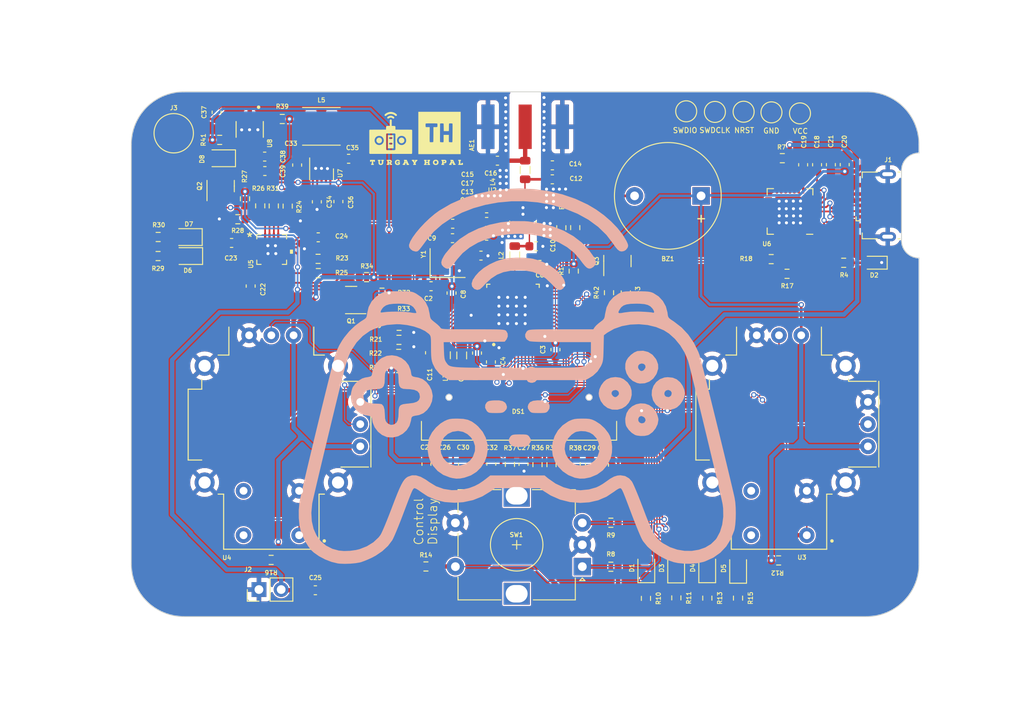
<source format=kicad_pcb>
(kicad_pcb (version 20211014) (generator pcbnew)
  (layers (0 "F.Cu" signal) (31 "B.Cu" signal) (34 "B.Paste" user) (35 "F.Paste" user) (36 "B.SilkS" user "B.Silkscreen") (37 "F.SilkS" user "F.Silkscreen") (38 "B.Mask" user) (39 "F.Mask" user) (44 "Edge.Cuts" user))
  (net 0 "")
  (net 1 "/RFX2401C/ANT")
  (net 2 "GND")
  (net 3 "/NRF52811/XC1")
  (net 4 "/NRF52811/XC2")
  (net 5 "Net-(C4-Pad1)")
  (net 6 "Net-(C6-Pad1)")
  (net 7 "Net-(C7-Pad1)")
  (net 8 "Net-(C9-Pad1)")
  (net 9 "NRF-ANT")
  (net 10 "Net-(C11-Pad1)")
  (net 11 "Net-(C12-Pad1)")
  (net 12 "VCC")
  (net 13 "VBUS")
  (net 14 "Net-(C22-Pad1)")
  (net 15 "/Battery Charger/VREF")
  (net 16 "VBAT")
  (net 17 "Net-(C26-Pad1)")
  (net 18 "Net-(C26-Pad2)")
  (net 19 "Net-(C27-Pad1)")
  (net 20 "Net-(C28-Pad1)")
  (net 21 "Net-(C28-Pad2)")
  (net 22 "Net-(C29-Pad2)")
  (net 23 "TPS-VIN")
  (net 24 "Net-(C37-Pad1)")
  (net 25 "/Touch Control/VIN")
  (net 26 "Net-(D1-Pad1)")
  (net 27 "P0.08")
  (net 28 "Net-(D2-Pad2)")
  (net 29 "Net-(D3-Pad1)")
  (net 30 "P0.09")
  (net 31 "Net-(D4-Pad1)")
  (net 32 "P0.10")
  (net 33 "Net-(D5-Pad1)")
  (net 34 "P0.11")
  (net 35 "Net-(D6-Pad1)")
  (net 36 "Net-(D6-Pad2)")
  (net 37 "Net-(D7-Pad1)")
  (net 38 "Net-(D7-Pad2)")
  (net 42 "P0.15")
  (net 43 "P0.16")
  (net 44 "Net-(DS1-Pad26)")
  (net 46 "Net-(L1-Pad1)")
  (net 47 "Net-(L1-Pad2)")
  (net 48 "Net-(L5-Pad1)")
  (net 49 "Net-(L5-Pad2)")
  (net 50 "Net-(Q1-Pad1)")
  (net 51 "/Battery Charger/SD")
  (net 52 "/NRF52811/NRST")
  (net 53 "P0.23")
  (net 54 "Net-(R2-Pad2)")
  (net 55 "P0.24")
  (net 56 "Net-(R3-Pad2)")
  (net 57 "USB_D+")
  (net 58 "USB_D-")
  (net 59 "Net-(R7-Pad2)")
  (net 60 "P0.13")
  (net 61 "P0.14")
  (net 62 "P0.06")
  (net 63 "P0.12")
  (net 64 "P0.07")
  (net 65 "TXD")
  (net 66 "RXD")
  (net 67 "P0.25")
  (net 68 "P0.29{slash}AIN5")
  (net 69 "P0.30{slash}AIN6")
  (net 70 "/Battery Charger/TH")
  (net 71 "P0.28{slash}AIN4")
  (net 72 "Net-(R26-Pad1)")
  (net 73 "/Battery Charger/IPRE")
  (net 74 "/Battery Charger/VPRE")
  (net 75 "DC-EN")
  (net 76 "/TPS63031 DC-DC Voltage/EN")
  (net 77 "/NRF52811/SWDCLK")
  (net 78 "/NRF52811/SWDIO")
  (net 79 "P0.00{slash}XL1")
  (net 80 "P0.01{slash}XL2")
  (net 81 "P0.02{slash}AIN0")
  (net 82 "P0.03{slash}AIN1")
  (net 83 "P0.04{slash}AIN2")
  (net 84 "P0.05{slash}AIN3")
  (net 85 "P0.17")
  (net 86 "P0.18")
  (net 87 "P0.19")
  (net 88 "P0.20")
  (net 89 "P0.22")
  (net 90 "P0.26")
  (net 91 "P0.27")
  (net 92 "P0.31{slash}AIN7")
  (net 112 "Net-(BZ1-Pad2)")
  (net 113 "Net-(Q3-Pad1)")
  (net 114 "Net-(C34-Pad1)")
  (footprint "footprints:QFN40P600X600X90-49N" (layer "F.Cu") (at 156.61 86 90)
    (fp_text reference "U1")
    (fp_text value "NRF52811-QFAA-R" hide)
  )
  (footprint "Resistor_SMD:R_0603_1608Metric" (layer "F.Cu") (at 194.39 80.55)
    (fp_text reference "R4")
    (fp_text value "1K" hide)
  )
  (footprint "Resistor_SMD:R_0603_1608Metric" (layer "F.Cu") (at 162.13 76.54 90)
    (fp_text reference "R3")
    (fp_text value "10K" hide)
  )
  (footprint "Capacitor_SMD:C_0603_1608Metric" (layer "F.Cu") (at 134.2 73.58 -90)
    (fp_text reference "C34")
    (fp_text value "100nF" hide)
  )
  (footprint "Resistor_SMD:R_0603_1608Metric" (layer "F.Cu") (at 130.87 74.07 90)
    (fp_text reference "R24")
    (fp_text value "3.3K" hide)
  )
  (footprint "Capacitor_SMD:C_0603_1608Metric" (layer "F.Cu") (at 124.46 78.28 180)
    (fp_text reference "C23")
    (fp_text value "1uF" hide)
  )
  (footprint "LED_SMD:LED_0805_2012Metric" (layer "F.Cu") (at 119.42 77.61 180)
    (fp_text reference "D7")
    (fp_text value "LED" hide)
  )
  (footprint "Capacitor_SMD:C_0603_1608Metric" (layer "F.Cu") (at 194.51 69.33 90)
    (fp_text reference "C20")
    (fp_text value "4.7uF" hide)
  )
  (footprint "Package_SON:WSON-10-1EP_2.5x2.5mm_P0.5mm_EP1.2x2mm" (layer "F.Cu") (at 134.74 69.81 -90)
    (fp_text reference "U7")
    (fp_text value "TPS63031DSK" hide)
  )
  (footprint "LED_SMD:LED_0603_1608Metric" (layer "F.Cu") (at 197.8775 80.54 180)
    (fp_text reference "D2")
    (fp_text value "LED" hide)
  )
  (footprint "Resistor_SMD:R_0603_1608Metric" (layer "F.Cu") (at 143.54 92.59 180)
    (fp_text reference "R20")
    (fp_text value "100K" hide)
  )
  (footprint "Buzzer_Beeper:Buzzer_12x9.5RM7.6" (layer "F.Cu") (at 178.1 72.9 180)
    (fp_text reference "BZ1")
    (fp_text value "Buzzer" hide)
  )
  (footprint "Resistor_SMD:R_0603_1608Metric" (layer "F.Cu") (at 167.79 110.27 180)
    (fp_text reference "R9")
    (fp_text value "10K" hide)
  )
  (footprint "Crystal:Crystal_SMD_3225-4Pin_3.2x2.5mm" (layer "F.Cu") (at 149.14 80.58)
    (fp_text reference "Y1")
    (fp_text value "Crystal_GND24" hide)
  )
  (footprint "footprints:SOT95P285X126-6N" (layer "F.Cu") (at 126.53 65.3 -90)
    (fp_text reference "U8")
    (fp_text value "TTP223_" hide)
  )
  (footprint "Resistor_SMD:R_0603_1608Metric" (layer "F.Cu") (at 125.99 73.23 -90)
    (fp_text reference "R27")
    (fp_text value "39K" hide)
  )
  (footprint "footprints:turgay_controller" (layer "F.Cu") (at 145.505564 66.349606)
    (fp_text reference "G***" hide)
    (fp_text value "LOGO" hide)
  )
  (footprint "Capacitor_SMD:C_0603_1608Metric" (layer "F.Cu") (at 147.13 90.84 -90)
    (fp_text reference "C11")
    (fp_text value "1uF" hide)
  )
  (footprint "Capacitor_SMD:C_0603_1608Metric" (layer "F.Cu") (at 157.81 103.58 -90)
    (fp_text reference "C27")
    (fp_text value "100nF" hide)
  )
  (footprint "Capacitor_SMD:C_0603_1608Metric" (layer "F.Cu") (at 153.6 74.3275)
    (fp_text reference "C15")
    (fp_text value "10nF" hide)
  )
  (footprint "LED_SMD:LED_0805_2012Metric" (layer "F.Cu") (at 182.33 115.5 90)
    (fp_text reference "D5")
    (fp_text value "LED" hide)
  )
  (footprint "LED_SMD:LED_0805_2012Metric" (layer "F.Cu") (at 119.46 79.78 180)
    (fp_text reference "D6")
    (fp_text value "LED" hide)
  )
  (footprint "Inductor_SMD:L_0805_2012Metric" (layer "F.Cu") (at 148.89 91.12 90)
    (fp_text reference "L3")
    (fp_text value "15nH" hide)
  )
  (footprint "Resistor_SMD:R_0603_1608Metric" (layer "F.Cu") (at 156.26 103.6 90)
    (fp_text reference "R37")
    (fp_text value "4.7K" hide)
  )
  (footprint "Resistor_SMD:R_0603_1608Metric" (layer "F.Cu") (at 129.28 74.05 -90)
    (fp_text reference "R31")
    (fp_text value "10K" hide)
  )
  (footprint "Resistor_SMD:R_0603_1608Metric" (layer "F.Cu") (at 186.96 114.58)
    (fp_text reference "R12")
    (fp_text value "10K" hide)
  )
  (footprint "Capacitor_SMD:C_0603_1608Metric" (layer "F.Cu") (at 131.95 69.375 -90)
    (fp_text reference "C33")
    (fp_text value "10uF" hide)
  )
  (footprint "Capacitor_SMD:C_0603_1608Metric" (layer "F.Cu") (at 159.68 80.79)
    (fp_text reference "C6")
    (fp_text value "0.8pF" hide)
  )
  (footprint "Capacitor_SMD:C_0603_1608Metric" (layer "F.Cu") (at 148.77 103.59 90)
    (fp_text reference "C26")
    (fp_text value "1uF" hide)
  )
  (footprint "Resistor_SMD:R_0603_1608Metric" (layer "F.Cu") (at 167.58 83.97 90)
    (fp_text reference "R42")
    (fp_text value "1K" hide)
  )
  (footprint "Connector_Coaxial:SMA_Amphenol_132289_EdgeMount" (layer "F.Cu") (at 158 65 90)
    (fp_text reference "AE1")
    (fp_text value "Antenna_Shield" hide)
  )
  (footprint "Inductor_SMD:L_0805_2012Metric" (layer "F.Cu") (at 158 69.9375 90)
    (fp_text reference "L4")
    (fp_text value "2.4nH" hide)
  )
  (footprint "Resistor_SMD:R_0603_1608Metric" (layer "F.Cu") (at 167.79 115.3)
    (fp_text reference "R8")
    (fp_text value "10K" hide)
  )
  (footprint "Resistor_SMD:R_0603_1608Metric" (layer "F.Cu") (at 143.55 90.97 180)
    (fp_text reference "R22")
    (fp_text value "200K" hide)
  )
  (footprint "Inductor_SMD:L_0805_2012Metric" (layer "F.Cu") (at 150.75 91.14 -90)
    (fp_text reference "L1")
    (fp_text value "10uH" hide)
  )
  (footprint "Resistor_SMD:R_0603_1608Metric" (layer "F.Cu") (at 128.98 114.52 180)
    (fp_text reference "R16")
    (fp_text value "10K" hide)
  )
  (footprint "Package_TO_SOT_SMD:SOT-23" (layer "F.Cu") (at 138.12 84.81 180)
    (fp_text reference "Q1")
    (fp_text value "IRLML5203" hide)
  )
  (footprint "Resistor_SMD:R_0603_1608Metric" (layer "F.Cu") (at 178.81 118.89 -90)
    (fp_text reference "R13")
    (fp_text value "1K" hide)
  )
  (footprint "TestPoint:TestPoint_Pad_D2.0mm" (layer "F.Cu") (at 189.4 63.47 90)
    (fp_text reference "P4" hide)
    (fp_text value "Conn_01x01_Male" hide)
  )
  (footprint "footprints:L6924D013TR" (layer "F.Cu") (at 129.04 79.03)
    (fp_text reference "U5")
    (fp_text value "L6924D013TR" hide)
  )
  (footprint "Capacitor_SMD:C_0603_1608Metric" (layer "F.Cu") (at 189.76 69.345 90)
    (fp_text reference "C19")
    (fp_text value "100nF" hide)
  )
  (footprint "footprints:Controller_Logo" (layer "F.Cu") (at 157.11 93.43)
    (fp_text reference "G***")
    (fp_text value "LOGO" hide)
  )
  (footprint "Capacitor_SMD:C_0603_1608Metric" (layer "F.Cu") (at 146.72 103.57 90)
    (fp_text reference "C28")
    (fp_text value "1uF" hide)
  )
  (footprint "LED_SMD:LED_0805_2012Metric" (layer "F.Cu") (at 178.8 115.44 90)
    (fp_text reference "D4")
    (fp_text value "LED" hide)
  )
  (footprint "Resistor_SMD:R_0603_1608Metric" (layer "F.Cu") (at 161.01 103.63 90)
    (fp_text reference "R35")
    (fp_text value "4.7K" hide)
  )
  (footprint "Capacitor_SMD:C_0603_1608Metric" (layer "F.Cu") (at 154.13 103.56 -90)
    (fp_text reference "C32")
    (fp_text value "2.2uF" hide)
  )
  (footprint "TestPoint:TestPoint_Pad_D2.0mm" (layer "F.Cu") (at 186.14 63.35 90)
    (fp_text reference "P5" hide)
    (fp_text value "Conn_01x01_Male" hide)
  )
  (footprint "Capacitor_SMD:C_0603_1608Metric" (layer "F.Cu") (at 122.75 63.34 90)
    (fp_text reference "C37")
    (fp_text value "22pF" hide)
  )
  (footprint "Resistor_SMD:R_0603_1608Metric" (layer "F.Cu") (at 143.58 89.36)
    (fp_text reference "R21")
    (fp_text value "200K" hide)
  )
  (footprint "Capacitor_SMD:C_0603_1608Metric" (layer "F.Cu") (at 147.25 83.23)
    (fp_text reference "C2")
    (fp_text value "18pF" hide)
  )
  (footprint "Connector_PinHeader_2.54mm:PinHeader_1x02_P2.54mm_Vertical" (layer "F.Cu") (at 127.585 117.91 90)
    (fp_text reference "J2")
    (fp_text value "Conn_01x02_Male" hide)
  )
  (footprint "TestPoint:TestPoint_Pad_D2.0mm" (layer "F.Cu") (at 179.68 63.3 90)
    (fp_text reference "P2" hide)
    (fp_text value "Conn_01x01_Male" hide)
  )
  (footprint "Resistor_SMD:R_0603_1608Metric" (layer "F.Cu") (at 175.27 118.86 -90)
    (fp_text reference "R11")
    (fp_text value "1K" hide)
  )
  (footprint "Package_DFN_QFN:QFN-28-1EP_5x5mm_P0.5mm_EP3.35x3.35mm" (layer "F.Cu") (at 188.26 74.68 180)
    (fp_text reference "U6")
    (fp_text value "CP2102N-Axx-xQFN28" hide)
  )
  (footprint "Package_TO_SOT_SMD:SOT-23" (layer "F.Cu") (at 123.21 71.78 90)
    (fp_text reference "Q2")
    (fp_text value "IRLML5203" hide)
  )
  (footprint "Capacitor_SMD:C_0603_1608Metric" (layer "F.Cu") (at 153.6 77.4575)
    (fp_text reference "C13")
    (fp_text value "2.2uF" hide)
  )
  (footprint "Capacitor_SMD:C_0603_1608Metric" (layer "F.Cu") (at 161.11 69.4075)
    (fp_text reference "C14")
    (fp_text value "1.5pF" hide)
  )
  (footprint "Resistor_SMD:R_0603_1608Metric" (layer "F.Cu") (at 141.63 85.78 180)
    (fp_text reference "R33")
    (fp_text value "10K" hide)
  )
  (footprint "Resistor_SMD:R_0603_1608Metric" (layer "F.Cu") (at 134.34 80.1)
    (fp_text reference "R23")
    (fp_text value "1K" hide)
  )
  (footprint "Capacitor_SMD:C_0603_1608Metric" (layer "F.Cu") (at 192.93 69.335 90)
    (fp_text reference "C21")
    (fp_text value "100nF" hide)
  )
  (footprint "Resistor_SMD:R_0603_1608Metric" (layer "F.Cu") (at 123.1 66.5 180)
    (fp_text reference "R41")
    (fp_text value "100K" hide)
  )
  (footprint "Resistor_SMD:R_0603_1608Metric" (layer "F.Cu") (at 134.37 81.73)
    (fp_text reference "R25")
    (fp_text value "470R" hide)
  )
  (footprint "TestPoint:TestPoint_Pad_D2.0mm" (layer "F.Cu") (at 176.4 63.23 90)
    (fp_text reference "P1" hide)
    (fp_text value "Conn_01x01_Male" hide)
  )
  (footprint "Capacitor_SMD:C_0603_1608Metric" (layer "F.Cu") (at 126.64 83.21 -90)
    (fp_text reference "C22")
    (fp_text value "10nF" hide)
  )
  (footprint "Capacitor_SMD:C_0603_1608Metric" (layer "F.Cu") (at 149.72 76.0875 180)
    (fp_text reference "C7")
    (fp_text value "N.C" hide)
  )
  (footprint "TestPoint:TestPoint_Pad_D4.0mm" (layer "F.Cu") (at 117.85 65.74)
    (fp_text reference "J3")
    (fp_text value "Conn_01x01_Male" hide)
  )
  (footprint "Resistor_SMD:R_0603_1608Metric" (layer "F.Cu") (at 187.38 68.59 180)
    (fp_text reference "R7")
    (fp_text value "10K" hide)
  )
  (footprint "Capacitor_SMD:C_0603_1608Metric" (layer "F.Cu") (at 128.26 70.06)
    (fp_text reference "C39")
    (fp_text value "1uF" hide)
  )
  (footprint "Resistor_SMD:R_0603_1608Metric" (layer "F.Cu") (at 141.64 83.97)
    (fp_text reference "R32")
    (fp_text value "1K" hide)
  )
  (footprint "TestPoint:TestPoint_Pad_D2.0mm" (layer "F.Cu") (at 182.96 63.28 90)
    (fp_text reference "P3" hide)
    (fp_text value "Conn_01x01_Male" hide)
  )
  (footprint "Resistor_SMD:R_0603_1608Metric" (layer "F.Cu") (at 127.73 74.04 90)
    (fp_text reference "R26")
    (fp_text value "24K" hide)
  )
  (footprint "Capacitor_SMD:C_0603_1608Metric" (layer "F.Cu") (at 134.36 77.64)
    (fp_text reference "C24")
    (fp_text value "1nF" hide)
  )
  (footprint "footprints:QFN50P300X300X60-17N" (layer "F.Cu") (at 157.73 74.5775 90)
    (fp_text reference "U2")
    (fp_text value "RFX2401C" hide)
  )
  (footprint "Capacitor_SMD:C_0603_1608Metric" (layer "F.Cu") (at 152.95 79.73)
    (fp_text reference "C1")
    (fp_text value "18pF" hide)
  )
  (footprint "Resistor_SMD:R_0603_1608Metric" (layer "F.Cu") (at 163.72 76.53 90)
    (fp_text reference "R2")
    (fp_text value "10K" hide)
  )
  (footprint "Resistor_SMD:R_0603_1608Metric" (layer "F.Cu") (at 116.07 77.6 180)
    (fp_text reference "R30")
    (fp_text value "1K" hide)
  )
  (footprint "Resistor_SMD:R_0603_1608Metric" (layer "F.Cu") (at 125.17 75.57 180)
    (fp_text reference "R28")
    (fp_text value "62K" hide)
  )
  (footprint "Resistor_SMD:R_0603_1608Metric" (layer "F.Cu") (at 186.11 80.13 180)
    (fp_text reference "R18")
    (fp_text value "100R" hide)
  )
  (footprint "Capacitor_SMD:C_0603_1608Metric" (layer "F.Cu") (at 161.105 71.0075)
    (fp_text reference "C12")
    (fp_text value "0.3pF" hide)
  )
  (footprint "LED_SMD:LED_0805_2012Metric" (layer "F.Cu") (at 171.84 115.44 90)
    (fp_text reference "D1")
    (fp_text value "LED" hide)
  )
  (footprint "Inductor_SMD:L_Coilcraft_XxL4020" (layer "F.Cu") (at 134.72 64.95)
    (fp_text reference "L5")
    (fp_text value "1.5uH" hide)
  )
  (footprint "Diode_SMD:D_0805_2012Metric" (layer "F.Cu") (at 123.22 68.6 180)
    (fp_text reference "D8")
    (fp_text value "D" hide)
  )
  (footprint "Capacitor_SMD:C_0603_1608Metric" (layer "F.Cu") (at 191.35 69.34 -90)
    (fp_text reference "C18")
    (fp_text value "100nF" hide)
  )
  (footprint "Resistor_SMD:R_0603_1608Metric" (layer "F.Cu") (at 182.32 118.89 -90)
    (fp_text reference "R15")
    (fp_text value "1K" hide)
  )
  (footprint "footprints:XDCR_COM-09032" (layer "F.Cu") (at 129 99 180)
    (fp_text reference "U4")
    (fp_text value "COM-09032" hide)
  )
  (footprint "Capacitor_SMD:C_0603_1608Metric" (layer "F.Cu") (at 152.5 90.87 90)
    (fp_text reference "C5")
    (fp_text value "100nF" hide)
  )
  (footprint "Capacitor_SMD:C_0603_1608Metric" (layer "F.Cu") (at 128.24 68.41)
    (fp_text reference "C38")
    (fp_text value "100nF" hide)
  )
  (footprint "Resistor_SMD:R_0603_1608Metric" (layer "F.Cu") (at 159.41 103.63 90)
    (fp_text reference "R36")
    (fp_text value "4.7K" hide)
  )
  (footprint "Display:OLED-128O064D" (layer "F.Cu") (at 157.3 99.68)
    (fp_text reference "DS1")
    (fp_text value "OLED-128O064D" hide)
  )
  (footprint "Capacitor_SMD:C_0603_1608Metric" (layer "F.Cu") (at 154.09 91.89 -90)
    (fp_text reference "C4")
    (fp_text value "100nF" hide)
  )
  (footprint "Connector_USB:USB_Micro-B_GCT_USB3076-30-A" (layer "F.Cu") (at 198.22 73.99 90)
    (fp_text reference "J1")
    (fp_text value "USB_B_Micro" hide)
  )
  (footprint "Resistor_SMD:R_0603_1608Metric" (layer "F.Cu") (at 163.55 81.5 90)
    (fp_text reference "R1")
    (fp_text value "10K" hide)
  )
  (footprint "Capacitor_SMD:C_0603_1608Metric" (layer "F.Cu") (at 134.03 117.99)
    (fp_text reference "C25")
    (fp_text value "4.7uF" hide)
  )
  (footprint "Capacitor_SMD:C_0603_1608Metric" (layer "F.Cu") (at 153.6 75.8775)
    (fp_text reference "C17")
    (fp_text value "200pF" hide)
  )
  (footprint "Capacitor_SMD:C_0603_1608Metric" (layer "F.Cu") (at 149.59 84.01 90)
    (fp_text reference "C8")
    (fp_text value "100nF" hide)
  )
  (footprint "Resistor_SMD:R_0603_1608Metric" (layer "F.Cu") (at 139.88 82.19 180)
    (fp_text reference "R34")
    (fp_text value "10K" hide)
  )
  (footprint "Capacitor_SMD:C_0603_1608Metric" (layer "F.Cu") (at 154.83 68.8775 180)
    (fp_text reference "C16")
    (fp_text value "1.5pF" hide)
  )
  (footprint "Resistor_SMD:R_0603_1608Metric" (layer "F.Cu") (at 171.8 118.92 -90)
    (fp_text reference "R10")
    (fp_text value "1K" hide)
  )
  (footprint "Resistor_SMD:R_0603_1608Metric" (layer "F.Cu") (at 130.25 64.11)
    (fp_text reference "R39")
    (fp_text value "0R" hide)
  )
  (footprint "Capacitor_SMD:C_0603_1608Metric" (layer "F.Cu") (at 137.83 68.66)
    (fp_text reference "C35")
    (fp_text value "10uF" hide)
  )
  (footprint "Capacitor_SMD:C_0603_1608Metric" (layer "F.Cu") (at 159.26 78.66)
    (fp_text reference "C10")
    (fp_text value "N.C" hide)
  )
  (footprint "Capacitor_SMD:C_0603_1608Metric" (layer "F.Cu") (at 150.9 103.6 -90)
    (fp_text reference "C30")
    (fp_text value "1uF" hide)
  )
  (footprint "Resistor_SMD:R_0603_1608Metric" (layer "F.Cu") (at 163.77 103.62 90)
    (fp_text reference "R38")
    (fp_text value "390K" hide)
  )
  (footprint "Rotary_Encoder:RotaryEncoder_Alps_EC12E-Switch_Vertical_H20mm" (layer "F.Cu") (at 164.53 115.29 180)
    (fp_text reference "SW1")
    (fp_text value "RotaryEncoder_Switch" hide)
  )
  (footprint "Capacitor_SMD:C_0603_1608Metric" (layer "F.Cu") (at 161.46 90.48 90)
    (fp_text reference "C3")
    (fp_text value "4.7uF" hide)
  )
  (footprint "Capacitor_SMD:C_0603_1608Metric" (layer "F.Cu") (at 165.4 103.65 90)
    (fp_text reference "C29")
    (fp_text value "2.2uF" hide)
  )
  (footprint "footprints:XDCR_COM-09032" (layer "F.Cu") (at 187 99 180)
    (fp_text reference "U3")
    (fp_text value "COM-09032" hide)
  )
  (footprint "LED_SMD:LED_0805_2012Metric" (layer "F.Cu") (at 175.25 115.46 90)
    (fp_text reference "D3")
    (fp_text value "LED" hide)
  )
  (footprint "Capacitor_SMD:C_0603_1608Metric" (layer "F.Cu") (at 136.66 73.55 -90)
    (fp_text reference "C36")
    (fp_text value "10uF" hide)
  )
  (footprint "Resistor_SMD:R_0603_1608Metric" (layer "F.Cu") (at 116.06 79.78 180)
    (fp_text reference "R29")
    (fp_text value "1K" hide)
  )
  (footprint "Resistor_SMD:R_0603_1608Metric" (layer "F.Cu") (at 187.92 81.81 180)
    (fp_text reference "R17")
    (fp_text value "100R" hide)
  )
  (footprint "Resistor_SMD:R_0603_1608Metric" (layer "F.Cu") (at 143.595 87.75)
    (fp_text reference "R19")
    (fp_text value "100K" hide)
  )
  (footprint "Package_TO_SOT_SMD:SOT-23" (layer "F.Cu") (at 168.54 80.35 90)
    (fp_text reference "Q3")
    (fp_text value "MMBT3904" hide)
  )
  (footprint "Resistor_SMD:R_0603_1608Metric" (layer "F.Cu") (at 169.5 84 90)
    (fp_text reference "R43")
    (fp_text value "10K" hide)
  )
  (footprint "Inductor_SMD:L_0805_2012Metric" (layer "F.Cu") (at 156.81 79.7075 90)
    (fp_text reference "L2")
    (fp_text value "3.9nH" hide)
  )
  (footprint "Capacitor_SMD:C_0603_1608Metric" (layer "F.Cu") (at 167.01 103.67 -90)
    (fp_text reference "C31")
    (fp_text value "100nF" hide)
  )
  (footprint "Resistor_SMD:R_0603_1608Metric" (layer "F.Cu") (at 146.66 115.27 180)
    (fp_text reference "R14")
    (fp_text value "10K" hide)
  )
  (footprint "Capacitor_SMD:C_0603_1608Metric" (layer "F.Cu") (at 149.7 77.7375 180)
    (fp_text reference "C9")
    (fp_text value "100pF" hide)
  )
  (gr_circle (center 165.3 95.93) (end 165.58 96.14) (layer "Edge.Cuts") (width 0.1) (fill none))
  (gr_arc (start 203 115) (mid 201.242641 119.242641) (end 197 121) (layer "Edge.Cuts") (width 0.1))
  (gr_line (start 203 80) (end 203 115) (layer "Edge.Cuts") (width 0.1))
  (gr_arc (start 113 67) (mid 114.757359 62.757359) (end 119 61) (layer "Edge.Cuts") (width 0.1))
  (gr_line (start 119 61) (end 197 61) (layer "Edge.Cuts") (width 0.1))
  (gr_arc (start 203 80) (mid 201.585786 79.414214) (end 201 78) (layer "Edge.Cuts") (width 0.1))
  (gr_arc (start 119 121) (mid 114.757359 119.242641) (end 113 115) (layer "Edge.Cuts") (width 0.1))
  (gr_line (start 113 67) (end 113 115) (layer "Edge.Cuts") (width 0.1))
  (gr_line (start 197 121) (end 119 121) (layer "Edge.Cuts") (width 0.1))
  (gr_arc (start 201 70) (mid 201.585786 68.585786) (end 203 68) (layer "Edge.Cuts") (width 0.1))
  (gr_line (start 201 70) (end 201 78) (layer "Edge.Cuts") (width 0.1))
  (gr_arc (start 197 61) (mid 201.242641 62.757359) (end 203 67) (layer "Edge.Cuts") (width 0.1))
  (gr_circle (center 149.3 95.93) (end 149.63 96.06) (layer "Edge.Cuts") (width 0.1) (fill none))
  (gr_line (start 203 67) (end 203 68) (layer "Edge.Cuts") (width 0.1))
  (gr_text "VCC" (at 189.44 65.5) (layer "F.SilkS") (effects (font (size 0.6 0.6) (thickness 0.1))))
  (gr_text "SWDCLK" (at 179.68 65.4) (layer "F.SilkS") (effects (font (size 0.6 0.6) (thickness 0.1))))
  (gr_text "SWDIO" (at 176.27 65.41) (layer "F.SilkS") (effects (font (size 0.6 0.6) (thickness 0.1))))
  (gr_text "GND" (at 186.13 65.46) (layer "F.SilkS") (effects (font (size 0.6 0.6) (thickness 0.1))))
  (gr_text "NRST" (at 183.02 65.41) (layer "F.SilkS") (effects (font (size 0.6 0.6) (thickness 0.1))))
  (gr_text "Control" (at 145.85 110.13 90) (layer "F.SilkS") (effects (font (size 1 1) (thickness 0.1))))
  (gr_text "Display" (at 147.44 110.13 90) (layer "F.SilkS") (effects (font (size 1 1) (thickness 0.1))))
  (segment (start 158 68.875) (end 158 65) (width 0.5) (layer "F.Cu") (net 1))
  (segment (start 158 68.875) (end 155.6075 68.875) (width 0.5) (layer "F.Cu") (net 1))
  (segment (start 155.6075 68.875) (end 155.605 68.8775) (width 0.5) (layer "F.Cu") (net 1))
  (segment (start 157.48 73.98) (end 157.75 74.25) (width 0.1524) (layer "F.Cu") (net 2))
  (segment (start 157.98 75.23) (end 157.75 75) (width 0.1524) (layer "F.Cu") (net 2))
  (segment (start 189.46 75.18) (end 189.45 75.19) (width 0.2) (layer "F.Cu") (net 2))
  (segment (start 157.48 73.1325) (end 157.48 73.98) (width 0.1524) (layer "F.Cu") (net 2))
  (segment (start 154.5 87) (end 155 87.5) (width 0.1524) (layer "F.Cu") (net 2))
  (segment (start 135.24 69.95) (end 135.24 71.0225) (width 0.2) (layer "F.Cu") (net 2))
  (segment (start 134.74 69.75) (end 134.74 68.5975) (width 0.2) (layer "F.Cu") (net 2))
  (segment (start 190.71 75.18) (end 189.46 75.18) (width 0.2) (layer "F.Cu") (net 2))
  (segment (start 130.5132 79.780001) (end 129.790001 79.780001) (width 0.1524) (layer "F.Cu") (net 2))
  (segment (start 135.41 69.78) (end 135.24 69.95) (width 0.2) (layer "F.Cu") (net 2))
  (segment (start 156.41 83.05) (end 156.41 83.91) (width 0.1524) (layer "F.Cu") (net 2))
  (segment (start 158.0575 74.25) (end 157.75 74.25) (width 0.1524) (layer "F.Cu") (net 2))
  (segment (start 156.41 83.91) (end 157 84.5) (width 0.1524) (layer "F.Cu") (net 2))
  (segment (start 134.73 69.76) (end 134.74 69.75) (width 0.2) (layer "F.Cu") (net 2))
  (segment (start 157.98 76.0225) (end 157.98 75.23) (width 0.1524) (layer "F.Cu") (net 2))
  (segment (start 153.66 87) (end 154.5 87) (width 0.1524) (layer "F.Cu") (net 2))
  (segment (start 158.48 73.1325) (end 158.48 73.8275) (width 0.1524) (layer "F.Cu") (net 2))
  (segment (start 129.790001 79.780001) (end 129.51 79.5) (width 0.1524) (layer "F.Cu") (net 2))
  (segment (start 158.48 73.8275) (end 158.0575 74.25) (width 0.1524) (layer "F.Cu") (net 2))
  (via (at 160.44 72.13) (size 0.6) (drill 0.35) (layers "F.Cu" "B.Cu") (net 2))
  (via (at 161.91 72.13) (size 0.6) (drill 0.35) (layers "F.Cu" "B.Cu") (net 2))
  (via (at 158 86.5) (size 0.6) (drill 0.35) (layers "F.Cu" "B.Cu") (net 2))
  (via (at 153.09 72.89) (size 0.6) (drill 0.35) (layers "F.Cu" "B.Cu") (net 2))
  (via (at 187.03 75.19) (size 0.6) (drill 0.35) (layers "F.Cu" "B.Cu") (net 2))
  (via (at 155.41 76.82) (size 0.6) (drill 0.35) (layers "F.Cu" "B.Cu") (net 2))
  (via (at 160.17 76.05) (size 0.6) (drill 0.35) (layers "F.Cu" "B.Cu") (net 2))
  (via (at 155.13 69.99) (size 0.6) (drill 0.35) (layers "F.Cu" "B.Cu") (net 2))
  (via (at 128.6 78.59) (size 0.6) (drill 0.35) (layers "F.Cu" "B.Cu") (net 2))
  (via (at 155.14 70.71) (size 0.6) (drill 0.35) (layers "F.Cu" "B.Cu") (net 2))
  (via (at 187.85 75.98) (size 0.6) (drill 0.35) (layers "F.Cu" "B.Cu") (net 2))
  (via (at 155.78 63.28) (size 0.6) (drill 0.35) (layers "F.Cu" "B.Cu") (net 2))
  (via (at 135.41 69.78) (size 0.6) (drill 0.35) (layers "F.Cu" "B.Cu") (net 2))
  (via (at 134.06 69.76) (size 0.6) (drill 0.35) (layers "F.Cu" "B.Cu") (net 2))
  (via (at 145.27 88.51) (size 0.6) (drill 0.35) (layers "F.Cu" "B.Cu") (net 2))
  (via (at 145.28 90.15) (size 0.6) (drill 0.35) (layers "F.Cu" "B.Cu") (net 2))
  (via (at 162.41 83.11) (size 0.6) (drill 0.35) (layers "F.Cu" "B.Cu") (net 2))
  (via (at 155.86 72.2) (size 0.6) (drill 0.35) (layers "F.Cu" "B.Cu") (net 2))
  (via (at 187.83 74.37) (size 0.6) (drill 0.35) (layers "F.Cu" "B.Cu") (net 2))
  (via (at 158 87.5) (size 0.6) (drill 0.35) (layers "F.Cu" "B.Cu") (net 2))
  (via (at 160.16 63.27) (size 0.6) (drill 0.35) (layers "F.Cu" "B.Cu") (net 2))
  (via (at 155.16 72.2) (size 0.6) (drill 0.35) (layers "F.Cu" "B.Cu") (net 2))
  (via (at 189.46 74.36) (size 0.6) (drill 0.35) (layers "F.Cu" "B.Cu") (net 2))
  (via (at 126.51 65.34) (size 0.6) (drill 0.35) (layers "F.Cu" "B.Cu") (net 2))
  (via (at 158 85.5) (size 0.6) (drill 0.35) (layers "F.Cu" "B.Cu") (net 2))
  (via (at 157.5 77.53) (size 0.6) (drill 0.35) (layers "F.Cu" "B.Cu") (net 2))
  (via (at 155.16 72.88) (size 0.6) (drill 0.35) (layers "F.Cu" "B.Cu") (net 2))
  (via (at 154.48 72.89) (size 0.6) (drill 0.35) (layers "F.Cu" "B.Cu") (net 2))
  (via (at 160.25 88.97) (size 0.6) (drill 0.35) (layers "F.Cu" "B.Cu") (net 2))
  (via (at 187.03 74.38) (size 0.6) (drill 0.35) (layers "F.Cu" "B.Cu") (net 2))
  (via (at 153.75 79.75) (size 0.6) (drill 0.35) (layers "F.Cu" "B.Cu") (net 2))
  (via (at 134.22 74.45) (size 0.6) (drill 0.35) (layers "F.Cu" "B.Cu") (net 2))
  (via (at 160.44 72.81) (size 0.6) (drill 0.35) (layers "F.Cu" "B.Cu") (net 2))
  (via (at 155.78 64.78) (size 0.6) (drill 0.35) (layers "F.Cu" "B.Cu") (net 2))
  (via (at 161.22 72.13) (size 0.6) (drill 0.35) (layers "F.Cu" "B.Cu") (net 2))
  (via (at 155.8 67.72) (size 0.6) (drill 0.35) (layers "F.Cu" "B.Cu") (net 2))
  (via (at 160.86 76.74) (size 0.6) (drill 0.35) (layers "F.Cu" "B.Cu") (net 2))
  (via (at 152.38 72.91) (size 0.6) (drill 0.35) (layers "F.Cu" "B.Cu") (net 2))
  (via (at 156.08 76.07) (size 0.6) (drill 0.35) (layers "F.Cu" "B.Cu") (net 2))
  (via (at 156.82 77.53) (size 0.6) (drill 0.35) (layers "F.Cu" "B.Cu") (net 2))
  (via (at 161.23 73.54) (size 0.6) (drill 0.35) (layers "F.Cu" "B.Cu") (net 2))
  (via (at 129.51 79.5) (size 0.6) (drill 0.35) (layers "F.Cu" "B.Cu") (net 2))
  (via (at 153.79 72.9) (size 0.6) (drill 0.35) (layers "F.Cu" "B.Cu") (net 2))
  (via (at 132.78 78.95) (size 0.6) (drill 0.35) (layers "F.Cu" "B.Cu") (net 2))
  (via (at 160.15 76.73) (size 0.6) (drill 0.35) (layers "F.Cu" "B.Cu") (net 2))
  (via (at 156.1 77.52) (size 0.6) (drill 0.35) (layers "F.Cu" "B.Cu") (net 2))
  (via (at 155.4 77.52) (size 0.6) (drill 0.35) (layers "F.Cu" "B.Cu") (net 2))
  (via (at 155.85 71.48) (size 0.6) (drill 0.35) (layers "F.Cu" "B.Cu") (net 2))
  (via (at 125.61 65.35) (size 0.6) (drill 0.35) (layers "F.Cu" "B.Cu") (net 2))
  (via (at 187.86 75.19) (size 0.6) (drill 0.35) (layers "F.Cu" "B.Cu") (net 2))
  (via (at 157.75 75) (size 0.6) (drill 0.35) (layers "F.Cu" "B.Cu") (net 2))
  (via (at 160.17 64.76) (size 0.6) (drill 0.35) (layers "F.Cu" "B.Cu") (net 2))
  (via (at 155 84.5) (size 0.6) (drill 0.35) (layers "F.Cu" "B.Cu") (net 2))
  (via (at 160.45 73.54) (size 0.6) (drill 0.35) (layers "F.Cu" "B.Cu") (net 2))
  (via (at 160.15 66.93) (size 0.6) (drill 0.35) (layers "F.Cu" "B.Cu") (net 2))
  (via (at 157.75 74.25) (size 0.6) (drill 0.35) (layers "F.Cu" "B.Cu") (net 2))
  (via (at 160.18 62.45) (size 0.6) (drill 0.35) (layers "F.Cu" "B.Cu") (net 2))
  (via (at 188.64 73.5) (size 0.6) (drill 0.35) (layers "F.Cu" "B.Cu") (net 2))
  (via (at 155.14 71.48) (size 0.6) (drill 0.35) (layers "F.Cu" "B.Cu") (net 2))
  (via (at 155 86.5) (size 0.6) (drill 0.35) (layers "F.Cu" "B.Cu") (net 2))
  (via (at 127.46 65.34) (size 0.6) (drill 0.35) (layers "F.Cu" "B.Cu") (net 2))
  (via (at 160.86 76.06) (size 0.6) (drill 0.35) (layers "F.Cu" "B.Cu") (net 2))
  (via (at 132.32 75.76) (size 0.6) (drill 0.35) (layers "F.Cu" "B.Cu") (net 2))
  (via (at 156 87.5) (size 0.6) (drill 0.35) (layers "F.Cu" "B.Cu") (net 2))
  (via (at 155.76 61.7) (size 0.6) (drill 0.35) (layers "F.Cu" "B.Cu") (net 2))
  (via (at 160.13 66.2) (size 0.6) (drill 0.35) (layers "F.Cu" "B.Cu") (net 2))
  (via (at 155.85 70) (size 0.6) (drill 0.35) (layers "F.Cu" "B.Cu") (net 2))
  (via (at 198.73 80.52) (size 0.6) (drill 0.35) (layers "F.Cu" "B.Cu") (net 2))
  (via (at 155.01 90.26) (size 0.6) (drill 0.35) (layers "F.Cu" "B.Cu") (net 2))
  (via (at 129.47 78.6) (size 0.6) (drill 0.35) (layers "F.Cu" "B.Cu") (net 2))
  (via (at 156 85.5) (size 0.6) (drill 0.35) (layers "F.Cu" "B.Cu") (net 2))
  (via (at 155 85.5) (size 0.6) (drill 0.35) (layers "F.Cu" "B.Cu") (net 2))
  (via (at 155.79 66.24) (size 0.6) (drill 0.35) (layers "F.Cu" "B.Cu") (net 2))
  (via (at 188.66 75.19) (size 0.6) (drill 0.35) (layers "F.Cu" "B.Cu") (net 2))
  (via (at 157 87.5) (size 0.6) (drill 0.35) (layers "F.Cu" "B.Cu") (net 2))
  (via (at 160.47 80.72) (size 0.6) (drill 0.35) (layers "F.Cu" "B.Cu") (net 2))
  (via (at 188.65 75.98) (size 0.6) (drill 0.35) (layers "F.Cu" "B.Cu") (net 2))
  (via (at 155.79 66.99) (size 0.6) (drill 0.35) (layers "F.Cu" "B.Cu") (net 2))
  (via (at 155 87.5) (size 0.6) (drill 0.35) (layers "F.Cu" "B.Cu") (net 2))
  (via (at 157.87 104.37) (size 0.6) (drill 0.35) (layers "F.Cu" "B.Cu") (net 2))
  (via (at 160.14 67.68) (size 0.6) (drill 0.35) (layers "F.Cu" "B.Cu") (net 2))
  (via (at 155.77 64.02) (size 0.6) (drill 0.35) (layers "F.Cu" "B.Cu") (net 2))
  (via (at 187.84 73.5) (size 0.6) (drill 0.35) (layers "F.Cu" "B.Cu") (net 2))
  (via (at 123.06 75.54) (size 0.6) (drill 0.35) (layers "F.Cu" "B.Cu") (net 2))
  (via (at 189.46 73.49) (size 0.6) (drill 0.35) (layers "F.Cu" "B.Cu") (net 2))
  (via (at 150.48 81.46) (size 0.6) (drill 0.35) (layers "F.Cu" "B.Cu") (net 2))
  (via (at 160.87 77.44) (size 0.6) (drill 0.35) (layers "F.Cu" "B.Cu") (net 2))
  (via (at 128.62 79.5) (size 0.6) (drill 0.35) (layers "F.Cu" "B.Cu") (net 2))
  (via (at 134.73 69.76) (size 0.6) (drill 0.35) (layers "F.Cu" "B.Cu") (net 2))
  (via (at 151.83 86.55) (size 0.6) (drill 0.35) (layers "F.Cu" "B.Cu") (net 2))
  (via (at 161.23 72.81) (size 0.6) (drill 0.35) (layers "F.Cu" "B.Cu") (net 2))
  (via (at 155.78 62.48) (size 0.6) (drill 0.35) (layers "F.Cu" "B.Cu") (net 2))
  (via (at 157 86.5) (size 0.6) (drill 0.35) (layers "F.Cu" "B.Cu") (net 2))
  (via (at 160.02 78.67) (size 0.6) (drill 0.35) (layers "F.Cu" "B.Cu") (net 2))
  (via (at 158 84.5) (size 0.6) (drill 0.35) (layers "F.Cu" "B.Cu") (net 2))
  (via (at 160.14 77.44) (size 0.6) (drill 0.35) (layers "F.Cu" "B.Cu") (net 2))
  (via (at 160.43 74.24) (size 0.6) (drill 0.35) (layers "F.Cu" "B.Cu") (net 2))
  (via (at 161.22 74.25) (size 0.6) (drill 0.35) (layers "F.Cu" "B.Cu") (net 2))
  (via (at 160.16 64.01) (size 0.6) (drill 0.35) (layers "F.Cu" "B.Cu") (net 2))
  (via (at 187.02 73.51) (size 0.6) (drill 0.35) (layers "F.Cu" "B.Cu") (net 2))
  (via (at 189.45 75.19) (size 0.6) (drill 0.35) (layers "F.Cu" "B.Cu") (net 2))
  (via (at 160.53 83.18) (size 0.6) (drill 0.35) (layers "F.Cu" "B.Cu") (net 2))
  (via (at 153.39 89.48) (size 0.6) (drill 0.35) (layers "F.Cu" "B.Cu") (net 2))
  (via (at 189.45 76) (size 0.6) (drill 0.35) (layers "F.Cu" "B.Cu") (net 2))
  (via (at 156 84.5) (size 0.6) (drill 0.35) (layers "F.Cu" "B.Cu") (net 2))
  (via (at 188.65 74.37) (size 0.6) (drill 0.35) (layers "F.Cu" "B.Cu") (net 2))
  (via (at 157 85.5) (size 0.6) (drill 0.35) (layers "F.Cu" "B.Cu") (net 2))
  (via (at 155.78 65.51) (size 0.6) (drill 0.35) (layers "F.Cu" "B.Cu") (net 2))
  (via (at 155.85 70.72) (size 0.6) (drill 0.35) (layers "F.Cu" "B.Cu") (net 2))
  (via (at 156 86.5) (size 0.6) (drill 0.35) (layers "F.Cu" "B.Cu") (net 2))
  (via (at 162.62 72.12) (size 0.6) (drill 0.35) (layers "F.Cu" "B.Cu") (net 2))
  (via (at 156.09 76.82) (size 0.6) (drill 0.35) (layers "F.Cu" "B.Cu") (net 2))
  (via (at 157 84.5) (size 0.6) (drill 0.35) (layers "F.Cu" "B.Cu") (net 2))
  (via (at 160.16 65.5) (size 0.6) (drill 0.35) (layers "F.Cu" "B.Cu") (net 2))
  (via (at 160.15 61.66) (size 0.6) (drill 0.35) (layers "F.Cu" "B.Cu") (net 2))
  (via (at 187.02 75.98) (size 0.6) (drill 0.35) (layers "F.Cu" "B.Cu") (net 2))
  (via (at 155.36 78.23) (size 0.6) (drill 0.35) (layers "F.Cu" "B.Cu") (net 2))
  (segment (start 153.969252 80.64) (end 152.44 80.64) (width 0.1524) (layer "F.Cu") (net 3))
  (segment (start 150.24 79.73) (end 152.175 79.73) (width 0.3) (layer "F.Cu") (net 3))
  (segment (start 155.21 83.05) (end 155.21 81.880748) (width 0.1524) (layer "F.Cu") (net 3))
  (segment (start 152.175 80.375) (end 152.175 79.73) (width 0.1524) (layer "F.Cu") (net 3))
  (segment (start 152.44 80.64) (end 152.175 80.375) (width 0.1524) (layer "F.Cu") (net 3))
  (segment (start 155.21 81.880748) (end 153.969252 80.64) (width 0.1524) (layer "F.Cu") (net 3))
  (segment (start 149.15 81.28) (end 149 81.43) (width 0.1524) (layer "F.Cu") (net 4))
  (segment (start 148.025 81.445) (end 148.04 81.43) (width 0.3) (layer "F.Cu") (net 4))
  (segment (start 152.15432 80.94432) (end 151.79 80.58) (width 0.1524) (layer "F.Cu") (net 4))
  (segment (start 149.15 80.73) (end 149.15 81.28) (width 0.1524) (layer "F.Cu") (net 4))
  (segment (start 149 81.43) (end 148.04 81.43) (width 0.1524) (layer "F.Cu") (net 4))
  (segment (start 148.025 83.23) (end 148.025 81.445) (width 0.3) (layer "F.Cu") (net 4))
  (segment (start 149.3 80.58) (end 149.15 80.73) (width 0.1524) (layer "F.Cu") (net 4))
  (segment (start 151.79 80.58) (end 149.3 80.58) (width 0.1524) (layer "F.Cu") (net 4))
  (segment (start 154.81 81.911122) (end 153.843198 80.94432) (width 0.1524) (layer "F.Cu") (net 4))
  (segment (start 154.81 83.05) (end 154.81 81.911122) (width 0.1524) (layer "F.Cu") (net 4))
  (segment (start 153.843198 80.94432) (end 152.15432 80.94432) (width 0.1524) (layer "F.Cu") (net 4))
  (segment (start 154.41 89.7) (end 154.41 88.95) (width 0.1524) (layer "F.Cu") (net 5))
  (segment (start 154.09 90.02) (end 154.41 89.7) (width 0.1524) (layer "F.Cu") (net 5))
  (segment (start 154.09 91.115) (end 154.09 90.02) (width 0.1524) (layer "F.Cu") (net 5))
  (segment (start 158.905 80.79) (end 158.885 80.77) (width 0.3) (layer "F.Cu") (net 6))
  (segment (start 158.885 80.77) (end 156.81 80.77) (width 0.3) (layer "F.Cu") (net 6))
  (segment (start 156.81 83.05) (end 156.81 80.77) (width 0.1524) (layer "F.Cu") (net 6))
  (segment (start 156.01 83.05) (end 156.01 81.82) (width 0.1524) (layer "F.Cu") (net 7))
  (segment (start 154.94432 79.003946) (end 154.510373 78.57) (width 0.1524) (layer "F.Cu") (net 7))
  (segment (start 156.01 81.82) (end 154.94432 80.75432) (width 0.1524) (layer "F.Cu") (net 7))
  (segment (start 154.94432 80.75432) (end 154.94432 79.003946) (width 0.1524) (layer "F.Cu") (net 7))
  (segment (start 151.3275 76.0875) (end 150.495 76.0875) (width 0.1524) (layer "F.Cu") (net 7))
  (segment (start 151.79 76.55) (end 151.3275 76.0875) (width 0.1524) (layer "F.Cu") (net 7))
  (segment (start 151.79 78.04) (end 151.79 76.55) (width 0.1524) (layer "F.Cu") (net 7))
  (segment (start 154.510373 78.57) (end 152.32 78.57) (width 0.1524) (layer "F.Cu") (net 7))
  (segment (start 152.32 78.57) (end 151.79 78.04) (width 0.1524) (layer "F.Cu") (net 7))
  (segment (start 151.61182 78.87432) (end 150.475 77.7375) (width 0.1524) (layer "F.Cu") (net 8))
  (segment (start 155.61 83.05) (end 155.61 81.850374) (width 0.1524) (layer "F.Cu") (net 8))
  (segment (start 154.64 80.880374) (end 154.64 79.13) (width 0.1524) (layer "F.Cu") (net 8))
  (segment (start 154.64 79.13) (end 154.38432 78.87432) (width 0.1524) (layer "F.Cu") (net 8))
  (segment (start 155.61 81.850374) (end 154.64 80.880374) (width 0.1524) (layer "F.Cu") (net 8))
  (segment (start 154.38432 78.87432) (end 151.61182 78.87432) (width 0.1524) (layer "F.Cu") (net 8))
  (segment (start 158.48 76.83) (end 158.485 76.835) (width 0.1524) (layer "F.Cu") (net 9))
  (segment (start 158.47 78.645) (end 156.81 78.645) (width 0.3) (layer "F.Cu") (net 9))
  (segment (start 158.48 76.0225) (end 158.48 76.83) (width 0.1524) (layer "F.Cu") (net 9))
  (segment (start 158.485 78.66) (end 158.47 78.645) (width 0.3) (layer "F.Cu") (net 9))
  (segment (start 158.485 76.835) (end 158.485 78.66) (width 0.1524) (layer "F.Cu") (net 9))
  (segment (start 149.89 87.4) (end 148.89 88.4) (width 0.1524) (layer "F.Cu") (net 10))
  (segment (start 147.14 90.035) (end 148.8675 90.035) (width 0.3) (layer "F.Cu") (net 10))
  (segment (start 148.8675 90.035) (end 148.89 90.0575) (width 0.3) (layer "F.Cu") (net 10))
  (segment (start 148.89 88.4) (end 148.89 90.0575) (width 0.1524) (layer "F.Cu") (net 10))
  (segment (start 153.66 87.4) (end 149.89 87.4) (width 0.1524) (layer "F.Cu") (net 10))
  (segment (start 160.335 69.4075) (end 160.335 71.0025) (width 0.3) (layer "F.Cu") (net 11))
  (segment (start 160.335 71.0025) (end 160.33 71.0075) (width 0.3) (layer "F.Cu") (net 11))
  (segment (start 157.98 73.1325) (end 157.98 71.02) (width 0.1524) (layer "F.Cu") (net 11))
  (segment (start 160.33 71.0075) (end 158.0075 71.0075) (width 0.3) (layer "F.Cu") (net 11))
  (segment (start 157.98 71.02) (end 158 71) (width 0.1524) (layer "F.Cu") (net 11))
  (segment (start 158.0075 71.0075) (end 158 71) (width 0.3) (layer "F.Cu") (net 11))
  (segment (start 129.49 71.66) (end 129.8 71.35) (width 0.2) (layer "F.Cu") (net 12))
  (segment (start 152.75 99.68) (end 152.75 102.71) (width 0.2) (layer "F.Cu") (net 12))
  (segment (start 129.805 112.445) (end 129.8 112.44) (width 0.5) (layer "F.Cu") (net 12))
  (segment (start 159.03 105.55) (end 159.41 105.17) (width 0.3) (layer "F.Cu") (net 12))
  (segment (start 152.75 102.71) (end 152.825 102.785) (width 0.2) (layer "F.Cu") (net 12))
  (segment (start 168.64 105.55) (end 168.64 105.71) (width 0.3) (layer "F.Cu") (net 12))
  (segment (start 137.055 68.66) (end 137.055 69.695) (width 0.2) (layer "F.Cu") (net 12))
  (segment (start 154.955 102.785) (end 154.13 102.785) (width 0.3) (layer "F.Cu") (net 12))
  (segment (start 155.0125 75.8775) (end 154.375 75.8775) (width 0.1524) (layer "F.Cu") (net 12))
  (segment (start 155.5625 75.3275) (end 155.0125 75.8775) (width 0.1524) (layer "F.Cu") (net 12))
  (segment (start 145.835 116.795) (end 148.23 119.19) (width 0.5) (layer "F.Cu") (net 12))
  (segment (start 132.23 86.36) (end 134.11 84.48) (width 0.5) (layer "F.Cu") (net 12))
  (segment (start 136.81 67.51) (end 137.055 67.755) (width 0.2) (layer "F.Cu") (net 12))
  (segment (start 156.26 104.425) (end 156.26 105.15) (width 0.3) (layer "F.Cu") (net 12))
  (segment (start 153.66 88.2) (end 152.85 88.2) (width 0.1524) (layer "F.Cu") (net 12))
  (segment (start 168.64 103.38) (end 168.155 102.895) (width 0.3) (layer "F.Cu") (net 12))
  (segment (start 167.01 102.08) (end 167.01 102.895) (width 0.2) (layer "F.Cu") (net 12))
  (segment (start 148.23 119.19) (end 152.05 119.19) (width 0.5) (layer "F.Cu") (net 12))
  (segment (start 154.41 83.05) (end 154.41 81.941496) (width 0.1524) (layer "F.Cu") (net 12))
  (segment (start 168.31 105.82) (end 168.53 105.82) (width 0.3) (layer "F.Cu") (net 12))
  (segment (start 135.74 71.0225) (end 135.74 72.38) (width 0.2) (layer "F.Cu") (net 12))
  (segment (start 129.28 73.225) (end 129.28 71.87) (width 0.2) (layer "F.Cu") (net 12))
  (segment (start 151.54 81.73) (end 151.54 82.58) (width 0.1524) (layer "F.Cu") (net 12))
  (segment (start 137.055 67.755) (end 137.055 68.66) (width 0.2) (layer "F.Cu") (net 12))
  (segment (start 131.54 87.05) (end 132.23 86.36) (width 0.5) (layer "F.Cu") (net 12))
  (segment (start 129.805 114.52) (end 129.805 112.445) (width 0.5) (layer "F.Cu") (net 12))
  (segment (start 161.01 105.33) (end 161.5 105.82) (width 0.3) (layer "F.Cu") (net 12))
  (segment (start 129.28 71.87) (end 129.49 71.66) (width 0.2) (layer "F.Cu") (net 12))
  (segment (start 192.93 72.68) (end 192.93 70.11) (width 0.2) (layer "F.Cu") (net 12))
  (segment (start 151.54 82.58) (end 150.885 83.235) (width 0.1524) (layer "F.Cu") (net 12))
  (segment (start 135.74 72.38) (end 136.135 72.775) (width 0.2) (layer "F.Cu") (net 12))
  (segment (start 150.9 101.56) (end 150.65 101.31) (width 0.2) (layer "F.Cu") (net 12))
  (segment (start 131.19 114.52) (end 129.805 114.52) (width 0.5) (layer "F.Cu") (net 12))
  (segment (start 150.9 102.825) (end 150.9 101.56) (width 0.2) (layer "F.Cu") (net 12))
  (segment (start 195.47 63.47) (end 189.4 63.47) (width 0.5) (layer "F.Cu") (net 12))
  (segment (start 129.8 71.35) (end 132.05 71.35) (width 0.2) (layer "F.Cu") (net 12))
  (segment (start 189.55 85.34) (end 189.54 85.35) (width 0.3) (layer "F.Cu") (net 12))
  (segment (start 168.615 110.27) (end 168.615 115.3) (width 0.3) (layer "F.Cu") (net 12))
  (segment (start 154.375 75.8775) (end 154.375 74.3275) (width 0.1524) (layer "F.Cu") (net 12))
  (segment (start 154.375 77.4575) (end 154.375 75.8775) (width 0.3) (layer "F.Cu") (net 12))
  (segment (start 136.01 67.51) (end 136.81 67.51) (width 0.2) (layer "F.Cu") (net 12))
  (segment (start 150.65 101.31) (end 150.65 99.68) (width 0.2) (layer "F.Cu") (net 12))
  (segment (start 168.31 105.82) (end 168.31 105.85) (width 0.3) (layer "F.Cu") (net 12))
  (segment (start 195.855 70.105) (end 196.56 69.4) (width 0.5) (layer "F.Cu") (net 12))
  (segment (start 166.05 99.68) (end 166.05 101.12) (width 0.2) (layer "F.Cu") (net 12))
  (segment (start 168.31 105.85) (end 168.64 106.18) (width 0.3) (layer "F.Cu") (net 12))
  (segment (start 150.94 102.785) (end 150.9 102.825) (width 0.3) (layer "F.Cu") (net 12))
  (segment (start 168.615 117.335) (end 168.615 115.3) (width 0.5) (layer "F.Cu") (net 12))
  (segment (start 154.15 99.68) (end 154.15 102.765) (width 0.2) (layer "F.Cu") (net 12))
  (segment (start 152.825 102.785) (end 150.94 102.785) (width 0.3) (layer "F.Cu") (net 12))
  (segment (start 161.01 104.455) (end 159.41 104.455) (width 0.3) (layer "F.Cu") (net 12))
  (segment (start 162.78 118.58) (end 167.37 118.58) (width 0.5) (layer "F.Cu") (net 12))
  (segment (start 159.6 115.4) (end 162.78 118.58) (width 0.5) (layer "F.Cu") (net 12))
  (segment (start 161.09 88.2) (end 161.46 88.57) (width 0.1524) (layer "F.Cu") (net 12))
  (segment (start 155.25 103.08) (end 154.955 102.785) (width 0.3) (layer "F.Cu") (net 12))
  (segment (start 145.805 115.3) (end 131.97 115.3) (width 0.5) (layer "F.Cu") (net 12))
  (segment (start 168.58 105.55) (end 168.64 105.55) (width 0.3) (layer "F.Cu") (net 12))
  (segment (start 166.05 101.12) (end 167.01 102.08) (width 0.2) (layer "F.Cu") (net 12))
  (segment (start 168.31 105.82) (end 168.58 105.55) (width 0.3) (layer "F.Cu") (net 12))
  (segment (start 152.94 116.85) (end 154.39 115.4) (width 0.5) (layer "F.Cu") (net 12))
  (segment (start 131.97 115.3) (end 131.19 114.52) (width 0.5) (layer "F.Cu") (net 12))
  (segment (start 154.15 102.765) (end 154.13 102.785) (width 0.2) (layer "F.Cu") (net 12))
  (segment (start 168.64 106.18) (end 168.64 110.245) (width 0.3) (layer "F.Cu") (net 12))
  (segment (start 159.41 105.17) (end 159.41 104.455) (width 0.3) (layer "F.Cu") (net 12))
  (segment (start 135.74 68.5975) (end 135.74 67.78) (width 0.2) (layer "F.Cu") (net 12))
  (segment (start 196.56 69.4) (end 196.56 64.56) (width 0.5) (layer "F.Cu") (net 12))
  (segment (start 154.39 115.4) (end 159.6 115.4) (width 0.5) (layer "F.Cu") (net 12))
  (segment (start 161.01 104.455) (end 161.01 105.33) (width 0.3) (layer "F.Cu") (net 12))
  (segment (start 137.055 69.695) (end 136.68 70.07) (width 0.2) (layer "F.Cu") (net 12))
  (segment (start 155.25 104.01) (end 155.25 103.08) (width 0.3) (layer "F.Cu") (net 12))
  (segment (start 136.66 71.41) (end 136.66 72.775) (width 0.2) (layer "F.Cu") (net 12))
  (segment (start 136.68 71.39) (end 136.66 71.41) (width 0.2) (layer "F.Cu") (net 12))
  (segment (start 156.285 75.3275) (end 155.5625 75.3275) (width 0.1524) (layer "F.Cu") (net 12))
  (segment (start 189.54 85.35) (end 189.54 88.84) (width 0.3) (layer "F.Cu") (net 12))
  (segment (start 151.97 81.3) (end 151.54 81.73) (width 0.1524) (layer "F.Cu") (net 12))
  (segment (start 145.835 115.27) (end 145.835 116.795) (width 0.5) (layer "F.Cu") (net 12))
  (segment (start 156.66 105.55) (end 159.03 105.55) (width 0.3) (layer "F.Cu") (net 12))
  (segment (start 153.768504 81.3) (end 151.97 81.3) (width 0.1524) (layer "F.Cu") (net 12))
  (segment (start 145.835 115.27) (end 145.805 115.3) (width 0.5) (layer "F.Cu") (net 12))
  (segment (start 156.26 105.15) (end 156.66 105.55) (width 0.3) (layer "F.Cu") (net 12))
  (segment (start 155.665 104.425) (end 155.25 104.01) (width 0.3) (layer "F.Cu") (net 12))
  (segment (start 154.13 102.785) (end 152.825 102.785) (width 0.3) (layer "F.Cu") (net 12))
  (segment (start 168.64 103.38) (end 168.64 105.55) (width 0.3) (layer "F.Cu") (net 12))
  (segment (start 167.37 118.58) (end 168.615 117.335) (width 0.5) (layer "F.Cu") (net 12))
  (segment (start 196.56 64.56) (end 195.47 63.47) (width 0.5) (layer "F.Cu") (net 12))
  (segment (start 135.74 67.78) (end 136.01 67.51) (width 0.2) (layer "F.Cu") (net 12))
  (segment (start 152.05 119.19) (end 152.94 118.3) (width 0.5) (layer "F.Cu") (net 12))
  (segment (start 134.11 84.48) (end 134.11 84.46) (width 0.5) (layer "F.Cu") (net 12))
  (segment (start 131.54 88.84) (end 131.54 87.05) (width 0.5) (layer "F.Cu") (net 12))
  (segment (start 149.59 83.235) (end 149.635 83.235) (width 0.1524) (layer "F.Cu") (net 12))
  (segment (start 161.46 88.57) (end 161.46 89.705) (width 0.1524) (layer "F.Cu") (net 12))
  (segment (start 156.26 104.425) (end 155.665 104.425) (width 0.3) (layer "F.Cu") (net 12))
  (segment (start 152.5 88.55) (end 152.5 90.095) (width 0.1524) (layer "F.Cu") (net 12))
  (segment (start 190.71 73.68) (end 191.93 73.68) (width 0.2) (layer "F.Cu") (net 12))
  (segment (start 194.51 70.105) (end 192.935 70.105) (width 0.5) (layer "F.Cu") (net 12))
  (segment (start 150.885 83.235) (end 149.635 83.235) (width 0.1524) (layer "F.Cu") (net 12))
  (segment (start 159.56 88.2) (end 161.09 88.2) (width 0.1524) (layer "F.Cu") (net 12))
  (segment (start 152.94 118.3) (end 152.94 116.85) (width 0.5) (layer "F.Cu") (net 12))
  (segment (start 168.155 102.895) (end 167.01 102.895) (width 0.3) (layer "F.Cu") (net 12))
  (segment (start 194.51 70.105) (end 195.855 70.105) (width 0.5) (layer "F.Cu") (net 12))
  (segment (start 152.85 88.2) (end 152.5 88.55) (width 0.1524) (layer "F.Cu") (net 12))
  (segment (start 136.135 72.775) (end 136.66 72.775) (width 0.2) (layer "F.Cu") (net 12))
  (segment (start 168.64 110.245) (end 168.615 110.27) (width 0.3) (layer "F.Cu") (net 12))
  (segment (start 168.53 105.82) (end 168.64 105.71) (width 0.3) (layer "F.Cu") (net 12))
  (segment (start 156.285 74.3275) (end 154.375 74.3275) (width 0.1524) (layer "F.Cu") (net 12))
  (segment (start 154.41 81.941496) (end 153.768504 81.3) (width 0.1524) (layer "F.Cu") (net 12))
  (segment (start 161.5 105.82) (end 168.31 105.82) (width 0.3) (layer "F.Cu") (net 12))
  (segment (start 192.935 70.105) (end 192.93 70.11) (width 0.5) (layer "F.Cu") (net 12))
  (segment (start 191.93 73.68) (end 192.93 72.68) (width 0.2) (layer "F.Cu") (net 12))
  (segment (start 136.68 70.07) (end 136.68 71.39) (width 0.2) (layer "F.Cu") (net 12))
  (segment (start 168.64 105.71) (end 168.64 106.18) (width 0.3) (layer "F.Cu") (net 12))
  (via (at 136.68 71.39) (size 0.6) (drill 0.35) (layers "F.Cu" "B.Cu") (net 12))
  (via (at 152.5 90.095) (size 0.6) (drill 0.35) (layers "F.Cu" "B.Cu") (net 12))
  (via (at 194.51 70.105) (size 0.6) (drill 0.35) (layers "F.Cu" "B.Cu") (net 12))
  (via (at 129.8 112.44) (size 0.6) (drill 0.35) (layers "F.Cu" "B.Cu") (net 12))
  (via (at 189.55 85.34) (size 0.6) (drill 0.35) (layers "F.Cu" "B.Cu") (net 12))
  (via (at 140.71 82.21) (size 0.6) (drill 0.35) (layers "F.Cu" "B.Cu") (net 12))
  (via (at 132.05 71.35) (size 0.6) (drill 0.35) (layers "F.Cu" "B.Cu") (net 12))
  (via (at 149.635 83.235) (size 0.6) (drill 0.35) (layers "F.Cu" "B.Cu") (net 12))
  (via (at 154.375 77.4575) (size 0.6) (drill 0.35) (layers "F.Cu" "B.Cu") (net 12))
  (via (at 186.135 114.58) (size 0.6) (drill 0.35) (layers "F.Cu" "B.Cu") (net 12))
  (via (at 163.55 80.675) (size 0.6) (drill 0.35) (layers "F.Cu" "B.Cu") (net 12))
  (via (at 134.11 84.46) (size 0.6) (drill 0.35) (layers "F.Cu" "B.Cu") (net 12))
  (via (at 161.46 89.705) (size 0.6) (drill 0.35) (layers "F.Cu" "B.Cu") (net 12))
  (segment (start 151.71 77.46) (end 149.635 79.535) (width 0.3) (layer "B.Cu") (net 12))
  (segment (start 160.99864 91.48136) (end 156.988266 91.48136) (width 0.1524) (layer "B.Cu") (net 12))
  (segment (start 132.845 100.705) (end 133.68 101.54) (width 0.5) (layer "B.Cu") (net 12))
  (segment (start 189.54 88.84) (end 189.54 100.79) (width 0.5) (layer "B.Cu") (net 12))
  (segment (start 149.635 82.375) (end 149.635 83.235) (width 0.254) (layer "B.Cu") (net 12))
  (segment (start 186.119 102.761) (end 187.34 101.54) (width 0.5) (layer "B.Cu") (net 12))
  (segment (start 163.55 79.36) (end 163.55 80.675) (width 0.3) (layer "B.Cu") (net 12))
  (segment (start 190.29 101.54) (end 190.43 101.54) (width 0.5) (layer "B.Cu") (net 12))
  (segment (start 134.11 84.46) (end 134.11 82.88) (width 0.5) (layer "B.Cu") (net 12))
  (segment (start 129.8 103.11) (end 132.28 100.63) (width 0.5) (layer "B.Cu") (net 12))
  (segment (start 188.77 101.54) (end 189.36 101.54) (width 0.5) (layer "B.Cu") (net 12))
  (segment (start 149.47 82.21) (end 149.49 82.21) (width 0.254) (layer "B.Cu") (net 12))
  (segment (start 186.135 102.777) (end 186.135 114.58) (width 0.5) (layer "B.Cu") (net 12))
  (segment (start 188.79 101.54) (end 188.77 101.54) (width 0.5) (layer "B.Cu") (net 12))
  (segment (start 132.28 100.63) (end 132.28 100.14) (width 0.5) (layer "B.Cu") (net 12))
  (segment (start 164.17 78.74) (end 163.55 79.36) (width 0.3) (layer "B.Cu") (net 12))
  (segment (start 192.045 70.105) (end 194.51 70.105) (width 0.3) (layer "B.Cu") (net 12))
  (segment (start 189.54 101.36) (end 189.36 101.54) (width 0.5) (layer "B.Cu") (net 12))
  (segment (start 133.68 101.54) (end 139.16 101.54) (width 0.5) (layer "B.Cu") (net 12))
  (segment (start 140.71 72.68) (end 139.42 71.39) (width 0.254) (layer "B.Cu") (net 12))
  (segment (start 155.982057 92.487569) (end 153.127569 92.487569) (width 0.1524) (layer "B.Cu") (net 12))
  (segment (start 178.93 85.18) (end 179.09 85.34) (width 0.3) (layer "B.Cu") (net 12))
  (segment (start 149.49 82.21) (end 149.635 82.065) (width 0.254) (layer "B.Cu") (net 12))
  (segment (start 132.525 100.385) (end 132.845 100.705) (width 0.5) (layer "B.Cu") (net 12))
  (segment (start 132.28 100.63) (end 132.525 100.385) (width 0.5) (layer "B.Cu") (net 12))
  (segment (start 178.1 84.35) (end 178.93 85.18) (width 0.3) (layer "B.Cu") (net 12))
  (segment (start 189.54 100.79) (end 189.54 101.36) (width 0.5) (layer "B.Cu") (net 12))
  (segment (start 149.47 82.21) (end 149.635 82.375) (width 0.254) (layer "B.Cu") (net 12))
  (segment (start 161.46 91.02) (end 160.99864 91.48136) (width 0.1524) (layer "B.Cu") (net 12))
  (segment (start 140.71 82.21) (end 140.71 72.68) (width 0.254) (layer "B.Cu") (net 12))
  (segment (start 131.54 99.4) (end 132.12 99.98) (width 0.5) (layer "B.Cu") (net 12))
  (segment (start 134.78 82.21) (end 140.71 82.21) (width 0.5) (layer "B.Cu") (net 12))
  (segment (start 189.54 100.79) (end 190.29 101.54) (width 0.5) (layer "B.Cu") (net 12))
  (segment (start 167.57 78.74) (end 164.17 78.74) (width 0.3) (layer "B.Cu") (net 12))
  (segment (start 178.1 72.9) (end 178.1 84.35) (width 0.3) (layer "B.Cu") (net 12))
  (segment (start 187.34 101.54) (end 188.77 101.54) (width 0.5) (layer "B.Cu") (net 12))
  (segment (start 132.28 100.63) (end 132.77 100.63) (width 0.5) (layer "B.Cu") (net 12))
  (segment (start 156.988266 91.48136) (end 155.982057 92.487569) (width 0.1524) (layer "B.Cu") (net 12))
  (segment (start 132.05 71.35) (end 136.64 71.35) (width 0.2) (layer "B.Cu") (net 12))
  (segment (start 152.5 90.095) (end 150.155 90.095) (width 0.1524) (layer "B.Cu") (net 12))
  (segment (start 139.42 71.39) (end 136.68 71.39) (width 0.254) (layer "B.Cu") (net 12))
  (segment (start 161.46 81.39) (end 162.175 80.675) (width 0.1524) (layer "B.Cu") (net 12))
  (segment (start 186.119 102.761) (end 186.135 102.777) (width 0.5) (layer "B.Cu") (net 12))
  (segment (start 179.09 85.34) (end 189.55 85.34) (width 0.3) (layer "B.Cu") (net 12))
  (segment (start 154.375 77.4575) (end 154.3725 77.46) (width 0.3) (layer "B.Cu") (net 12))
  (segment (start 162.175 80.675) (end 163.55 80.675) (width 0.1524) (layer "B.Cu") (net 12))
  (segment (start 129.8 112.44) (end 129.8 103.11) (width 0.5) (layer "B.Cu") (net 12))
  (segment (start 131.54 88.84) (end 131.54 99.4) (width 0.5) (layer "B.Cu") (net 12))
  (segment (start 140.71 82.21) (end 149.47 82.21) (width 0.254) (layer "B.Cu") (net 12))
  (segment (start 178.1 72.9) (end 173.41 72.9) (width 0.3) (layer "B.Cu") (net 12))
  (segment (start 161.46 89.705) (end 161.46 81.39) (width 0.1524) (layer "B.Cu") (net 12))
  (segment (start 136.64 71.35) (end 136.68 71.39) (width 0.2) (layer "B.Cu") (net 12))
  (segment (start 189.36 101.54) (end 190.43 101.54) (width 0.5) (layer "B.Cu") (net 12))
  (segment (start 173.41 72.9) (end 167.57 78.74) (width 0.3) (layer "B.Cu") (net 12))
  (segment (start 149.635 82.065) (end 149.635 83.235) (width 0.3) (layer "B.Cu") (net 12))
  (segment (start 134.11 82.88) (end 134.78 82.21) (width 0.5) (layer "B.Cu") (net 12))
  (segment (start 178.1 72.9) (end 178.159511 72.840489) (width 0.3) (layer "B.Cu") (net 12))
  (segment (start 149.635 89.575) (end 149.635 83.235) (width 0.1524) (layer "B.Cu") (net 12))
  (segment (start 154.3725 77.46) (end 151.71 77.46) (width 0.3) (layer "B.Cu") (net 12))
  (segment (start 189.309511 72.840489) (end 192.045 70.105) (width 0.3) (layer "B.Cu") (net 12))
  (segment (start 149.635 79.535) (end 149.635 82.065) (width 0.3) (layer "B.Cu") (net 12))
  (segment (start 178.159511 72.840489) (end 189.309511 72.840489) (width 0.3) (layer "B.Cu") (net 12))
  (segment (start 152.5 91.86) (end 152.5 90.095) (width 0.1524) (layer "B.Cu") (net 12))
  (segment (start 190.43 101.54) (end 197.16 101.54) (width 0.5) (layer "B.Cu") (net 12))
  (segment (start 161.46 89.705) (end 161.46 91.02) (width 0.1524) (layer "B.Cu") (net 12))
  (segment (start 150.155 90.095) (end 149.635 89.575) (width 0.1524) (layer "B.Cu") (net 12))
  (segment (start 132.77 100.63) (end 132.845 100.705) (width 0.5) (layer "B.Cu") (net 12))
  (segment (start 132.12 99.98) (end 132.525 100.385) (width 0.5) (layer "B.Cu") (net 12))
  (segment (start 153.127569 92.487569) (end 152.5 91.86) (width 0.1524) (layer "B.Cu") (net 12))
  (segment (start 132.28 100.14) (end 132.12 99.98) (width 0.5) (layer "B.Cu") (net 12))
  (segment (start 189.54 100.79) (end 188.79 101.54) (width 0.5) (layer "B.Cu") (net 12))
  (segment (start 115.235 77.61) (end 115.245 77.6) (width 0.3) (layer "F.Cu") (net 13))
  (segment (start 123.01 77.03) (end 122.26 76.28) (width 0.2) (layer "F.Cu") (net 13))
  (segment (start 192.147104 79.977104) (end 192.72 80.55) (width 0.2) (layer "F.Cu") (net 13))
  (segment (start 126.68 78.78) (end 126.590001 78.690001) (width 0.2) (layer "F.Cu") (net 13))
  (segment (start 115.245 77.6) (end 115.245 73.935) (width 0.3) (layer "F.Cu") (net 13))
  (segment (start 127.5668 78.279999) (end 126.590001 78.279999) (width 0.2) (layer "F.Cu") (net 13))
  (segment (start 188.22 67.07) (end 188.22 68.575) (width 0.5) (layer "F.Cu") (net 13))
  (segment (start 192.14 72.904994) (end 191.854994 73.19) (width 0.2) (layer "F.Cu") (net 13))
  (segment (start 122.2825 68.6) (end 122.2825 66.5075) (width 0.3) (layer "F.Cu") (net 13))
  (segment (start 191.49 72.25) (end 191.35 72.11) (width 0.2) (layer "F.Cu") (net 13))
  (segment (start 142.465 83.97) (end 142.465 76.755) (width 0.3) (layer "F.Cu") (net 13))
  (segment (start 115.235 79.78) (end 115.235 77.61) (width 0.3) (layer "F.Cu") (net 13))
  (segment (start 122.26 68.6225) (end 122.2825 68.6) (width 0.3) (layer "F.Cu") (net 13))
  (segment (start 191.35 70.115) (end 189.765 70.115) (width 0.5) (layer "F.Cu") (net 13))
  (segment (start 192.72 80.55) (end 193.565 80.55) (width 0.2) (layer "F.Cu") (net 13))
  (segment (start 142.465 76.755) (end 142.45 76.74) (width 0.3) (layer "F.Cu") (net 13))
  (segment (start 125.235 77.245) (end 125.235 78.28) (width 0.2) (layer "F.Cu") (net 13))
  (segment (start 193.640012 75.89) (end 194.240012 75.29) (width 0.2) (layer "F.Cu") (net 13))
  (segment (start 122.2825 66.5075) (end 122.275 66.5) (width 0.3) (layer "F.Cu") (net 13))
  (segment (start 122.26 72.7175) (end 122.26 68.6225) (width 0.3) (layer "F.Cu") (net 13))
  (segment (start 192.14 72.25) (end 192.14 72.904994) (width 0.2) (layer "F.Cu") (net 13))
  (segment (start 188.205 68.59) (end 188.205 69.725) (width 0.254) (layer "F.Cu") (net 13))
  (segment (start 188.6 70.12) (end 189.76 70.12) (width 0.254) (layer "F.Cu") (net 13))
  (segment (start 189.76 72.23) (end 189.76 70.12) (width 0.254) (layer "F.Cu") (net 13))
  (segment (start 191.854994 73.19) (end 190.72 73.19) (width 0.2) (layer "F.Cu") (net 13))
  (segment (start 189.765 70.115) (end 189.76 70.12) (width 0.5) (layer "F.Cu") (net 13))
  (segment (start 127.5668 78.78) (end 126.68 78.78) (width 0.2) (layer "F.Cu") (net 13))
  (segment (start 188.22 68.575) (end 188.205 68.59) (width 0.5) (layer "F.Cu") (net 13))
  (segment (start 194.240012 75.29) (end 196.77 75.29) (width 0.2) (layer "F.Cu") (net 13))
  (segment (start 115.245 73.935) (end 116.4625 72.7175) (width 0.3) (layer "F.Cu") (net 13))
  (segment (start 191.35 72.11) (end 191.35 70.115) (width 0.2) (layer "F.Cu") (net 13))
  (segment (start 122.26 76.28) (end 122.26 72.7175) (width 0.2) (layer "F.Cu") (net 13))
  (segment (start 126.590001 78.690001) (end 126.590001 78.279999) (width 0.2) (layer "F.Cu") (net 13))
  (segment (start 192.147104 75.695262) (end 192.341842 75.89) (width 0.2) (layer "F.Cu") (net 13))
  (segment (start 192.14 72.25) (end 191.49 72.25) (width 0.2) (layer "F.Cu") (net 13))
  (segment (start 116.4625 72.7175) (end 122.26 72.7175) (width 0.3) (layer "F.Cu") (net 13))
  (segment (start 192.147104 75.695262) (end 192.147104 79.977104) (width 0.2) (layer "F.Cu") (net 13))
  (segment (start 190.72 73.19) (end 190.71 73.18) (width 0.2) (layer "F.Cu") (net 13))
  (segment (start 125.02 77.03) (end 123.01 77.03) (width 0.2) (layer "F.Cu") (net 13))
  (segment (start 125.235 77.245) (end 125.02 77.03) (width 0.2) (layer "F.Cu") (net 13))
  (segment (start 192.341842 75.89) (end 193.640012 75.89) (width 0.2) (layer "F.Cu") (net 13))
  (segment (start 126.590001 78.279999) (end 125.235 78.28) (width 0.2) (layer "F.Cu") (net 13))
  (segment (start 188.205 69.725) (end 188.6 70.12) (width 0.254) (layer "F.Cu") (net 13))
  (via (at 188.22 67.07) (size 0.6) (drill 0.35) (layers "F.Cu" "B.Cu") (net 13))
  (via (at 192.14 72.25) (size 0.6) (drill 0.35) (layers "F.Cu" "B.Cu") (net 13))
  (via (at 192.147104 75.695262) (size 0.6) (drill 0.35) (layers "F.Cu" "B.Cu") (net 13))
  (via (at 142.45 83.99) (size 0.6) (drill 0.35) (layers "F.Cu" "B.Cu") (net 13))
  (via (at 142.715 92.59) (size 0.6) (drill 0.35) (layers "F.Cu" "B.Cu") (net 13))
  (via (at 122.275 66.5) (size 0.6) (drill 0.35) (layers "F.Cu" "B.Cu") (net 13))
  (via (at 142.45 76.74) (size 0.6) (drill 0.35) (layers "F.Cu" "B.Cu") (net 13))
  (segment (start 188.22 67.07) (end 194.1 67.07) (width 0.5) (layer "B.Cu") (net 13))
  (segment (start 194.1 67.07) (end 195.94 68.91) (width 0.5) (layer "B.Cu") (net 13))
  (segment (start 143.45 103.15) (end 142.715 102.415) (width 0.5) (layer "B.Cu") (net 13))
  (segment (start 122.275 64.115) (end 122.275 66.5) (width 0.3) (layer "B.Cu") (net 13))
  (segment (start 142.45 65.07) (end 140.33 62.95) (width 0.3) (layer "B.Cu") (net 13))
  (segment (start 194.42 86.46) (end 180.78 86.46) (width 0.5) (layer "B.Cu") (net 13))
  (segment (start 176.68 90.56) (end 176.68 99.53) (width 0.5) (layer "B.Cu") (net 13))
  (segment (start 140.33 62.95) (end 123.44 62.95) (width 0.3) (layer "B.Cu") (net 13))
  (segment (start 173.06 103.15) (end 143.45 103.15) (width 0.5) (layer "B.Cu") (net 13))
  (segment (start 142.45 76.74) (end 142.45 65.07) (width 0.3) (layer "B.Cu") (net 13))
  (segment (start 123.44 62.95) (end 122.275 64.115) (width 0.3) (layer "B.Cu") (net 13))
  (segment (start 192.14 72.25) (end 192.147104 72.257104) (width 0.2) (layer "B.Cu") (net 13))
  (segment (start 176.68 99.53) (end 173.06 103.15) (width 0.5) (layer "B.Cu") (net 13))
  (segment (start 141.48 92.59) (end 142.715 92.59) (width 0.254) (layer "B.Cu") (net 13))
  (segment (start 141.03 83.99) (end 140.85 84.17) (width 0.254) (layer "B.Cu") (net 13))
  (segment (start 142.715 102.415) (end 142.715 92.59) (width 0.5) (layer "B.Cu") (net 13))
  (segment (start 195.94 68.91) (end 195.94 84.94) (width 0.5) (layer "B.Cu") (net 13))
  (segment (start 140.85 91.96) (end 141.48 92.59) (width 0.254) (layer "B.Cu") (net 13))
  (segment (start 192.147104 72.257104) (end 192.147104 75.695262) (width 0.2) (layer "B.Cu") (net 13))
  (segment (start 195.94 84.94) (end 194.42 86.46) (width 0.5) (layer "B.Cu") (net 13))
  (segment (start 140.85 84.17) (end 140.85 91.96) (width 0.254) (layer "B.Cu") (net 13))
  (segment (start 142.45 83.99) (end 141.03 83.99) (width 0.254) (layer "B.Cu") (net 13))
  (segment (start 180.78 86.46) (end 176.68 90.56) (width 0.5) (layer "B.Cu") (net 13))
  (segment (start 127.735 82.435) (end 126.64 82.435) (width 0.2) (layer "F.Cu") (net 14))
  (segment (start 128.289999 80.5032) (end 128.289999 81.880001) (width 0.2) (layer "F.Cu") (net 14))
  (segment (start 128.289999 81.880001) (end 127.735 82.435) (width 0.2) (layer "F.Cu") (net 14))
  (segment (start 133.585 78.395) (end 133.585 77.64) (width 0.3) (layer "F.Cu") (net 15))
  (segment (start 132.11 77.64) (end 132.56 77.64) (width 0.2) (layer "F.Cu") (net 15))
  (segment (start 130.5132 78.279999) (end 131.470001 78.279999) (width 0.2) (layer "F.Cu") (net 15))
  (segment (start 135.165 79.075) (end 134.91 78.82) (width 0.3) (layer "F.Cu") (net 15))
  (segment (start 134.01 78.82) (end 133.585 78.395) (width 0.3) (layer "F.Cu") (net 15))
  (segment (start 132.56 76.75) (end 132.43 76.62) (width 0.2) (layer "F.Cu") (net 15))
  (segment (start 132.56 77.64) (end 132.56 76.75) (width 0.2) (layer "F.Cu") (net 15))
  (segment (start 134.91 78.82) (end 134.01 78.82) (width 0.3) (layer "F.Cu") (net 15))
  (segment (start 132.56 77.64) (end 133.585 77.64) (width 0.2) (layer "F.Cu") (net 15))
  (segment (start 135.165 80.1) (end 135.165 79.075) (width 0.3) (layer "F.Cu") (net 15))
  (segment (start 132.43 76.62) (end 130.66 76.62) (width 0.2) (layer "F.Cu") (net 15))
  (segment (start 131.470001 78.279999) (end 132.11 77.64) (width 0.2) (layer "F.Cu") (net 15))
  (via (at 130.66 76.62) (size 0.6) (drill 0.35) (layers "F.Cu" "B.Cu") (net 15))
  (via (at 125.99 72.405) (size 0.6) (drill 0.35) (layers "F.Cu" "B.Cu") (net 15))
  (segment (start 125.99 75.34) (end 125.99 72.405) (width 0.2) (layer "B.Cu") (net 15))
  (segment (start 127.27 76.62) (end 125.99 75.34) (width 0.2) (layer "B.Cu") (net 15))
  (segment (start 130.66 76.62) (end 127.27 76.62) (width 0.2) (layer "B.Cu") (net 15))
  (segment (start 133.255 117.99) (end 130.205 117.99) (width 0.5) (layer "F.Cu") (net 16))
  (segment (start 123.46 74.24) (end 124.34 74.24) (width 0.2) (layer "F.Cu") (net 16))
  (segment (start 131.98 83.6) (end 134.58 83.6) (width 0.2) (layer "F.Cu") (net 16))
  (segment (start 131.67 79.28) (end 132 79.61) (width 0.2) (layer "F.Cu") (net 16))
  (segment (start 134.58 83.6) (end 135.23 84.25) (width 0.2) (layer "F.Cu") (net 16))
  (segment (start 123.21 70.8425) (end 123.21 73.99) (width 0.2) (layer "F.Cu") (net 16))
  (segment (start 130.205 117.99) (end 130.125 117.91) (width 0.5) (layer "F.Cu") (net 16))
  (segment (start 135.23 86.17) (end 136.81 87.75) (width 0.2) (layer "F.Cu") (net 16))
  (segment (start 130.5132 79.28) (end 131.67 79.28) (width 0.2) (layer "F.Cu") (net 16))
  (segment (start 130.5132 78.78) (end 131.87 78.78) (width 0.2) (layer "F.Cu") (net 16))
  (segment (start 135.23 84.25) (end 135.23 86.17) (width 0.2) (layer "F.Cu") (net 16))
  (segment (start 131.87 78.78) (end 132 78.91) (width 0.2) (layer "F.Cu") (net 16))
  (segment (start 132 78.91) (end 132 79.75) (width 0.2) (layer "F.Cu") (net 16))
  (segment (start 132 79.61) (end 132 79.75) (width 0.2) (layer "F.Cu") (net 16))
  (segment (start 132 79.75) (end 132 81.04) (width 0.2) (layer "F.Cu") (net 16))
  (segment (start 123.21 73.99) (end 123.39 74.17) (width 0.2) (layer "F.Cu") (net 16))
  (segment (start 123.39 74.17) (end 123.46 74.24) (width 0.2) (layer "F.Cu") (net 16))
  (segment (start 136.81 87.75) (end 142.77 87.75) (width 0.2) (layer "F.Cu") (net 16))
  (via (at 124.34 74.24) (size 0.6) (drill 0.35) (layers "F.Cu" "B.Cu") (net 16))
  (via (at 131.98 83.6) (size 0.6) (drill 0.35) (layers "F.Cu" "B.Cu") (net 16))
  (via (at 132 81.04) (size 0.6) (drill 0.35) (layers "F.Cu" "B.Cu") (net 16))
  (segment (start 132 81.04) (end 132 83.58) (width 0.2) (layer "B.Cu") (net 16))
  (segment (start 125.59048 75.505486) (end 127.484994 77.4) (width 0.2) (layer "B.Cu") (net 16))
  (segment (start 130.125 117.91) (end 130.125 116.315) (width 0.5) (layer "B.Cu") (net 16))
  (segment (start 125.21 74.24) (end 125.56 74.59) (width 0.2) (layer "B.Cu") (net 16))
  (segment (start 119.79 111.51) (end 119.79 111.43) (width 0.5) (layer "B.Cu") (net 16))
  (segment (start 123.1 86.22) (end 130.89 86.22) (width 0.5) (layer "B.Cu") (net 16))
  (segment (start 130.89 86.22) (end 131.98 85.13) (width 0.5) (layer "B.Cu") (net 16))
  (segment (start 131.54 77.4) (end 132 77.86) (width 0.2) (layer "B.Cu") (net 16))
  (segment (start 125.59048 74.59) (end 125.59048 75.505486) (width 0.2) (layer "B.Cu") (net 16))
  (segment (start 130.125 116.315) (end 129.44 115.63) (width 0.5) (layer "B.Cu") (net 16))
  (segment (start 119.79 111.43) (end 117.67 109.31) (width 0.5) (layer "B.Cu") (net 16))
  (segment (start 131.98 85.13) (end 131.98 83.6) (width 0.5) (layer "B.Cu") (net 16))
  (segment (start 129.44 115.63) (end 123.91 115.63) (width 0.5) (layer "B.Cu") (net 16))
  (segment (start 132 83.58) (end 131.98 83.6) (width 0.2) (layer "B.Cu") (net 16))
  (segment (start 125.56 74.59) (end 125.59048 74.59) (width 0.2) (layer "B.Cu") (net 16))
  (segment (start 117.67 91.65) (end 123.1 86.22) (width 0.5) (layer "B.Cu") (net 16))
  (segment (start 127.484994 77.4) (end 131.54 77.4) (width 0.2) (layer "B.Cu") (net 16))
  (segment (start 117.67 109.31) (end 117.67 91.65) (width 0.5) (layer "B.Cu") (net 16))
  (segment (start 132 77.86) (end 132 81.04) (width 0.2) (layer "B.Cu") (net 16))
  (segment (start 124.34 74.24) (end 125.21 74.24) (width 0.2) (layer "B.Cu") (net 16))
  (segment (start 123.91 115.63) (end 119.79 111.51) (width 0.5) (layer "B.Cu") (net 16))
  (segment (start 149.76 101.73) (end 149.76 104.07) (width 0.2) (layer "F.Cu") (net 17))
  (segment (start 149.76 104.07) (end 149.465 104.365) (width 0.2) (layer "F.Cu") (net 17))
  (segment (start 149.95 99.68) (end 149.95 101.54) (width 0.2) (layer "F.Cu") (net 17))
  (segment (start 149.465 104.365) (end 148.77 104.365) (width 0.2) (layer "F.Cu") (net 17))
  (segment (start 149.95 101.54) (end 149.76 101.73) (width 0.2) (layer "F.Cu") (net 17))
  (segment (start 149.25 101.24) (end 149.25 99.68) (width 0.2) (layer "F.Cu") (net 18))
  (segment (start 148.77 101.72) (end 149.25 101.24) (width 0.2) (layer "F.Cu") (net 18))
  (segment (start 148.77 102.815) (end 148.77 101.72) (width 0.2) (layer "F.Cu") (net 18))
  (segment (start 157.75 102.765) (end 157.8 102.815) (width 0.2) (layer "F.Cu") (net 19))
  (segment (start 156.25 99.68) (end 156.25 102.735) (width 0.2) (layer "F.Cu") (net 19))
  (segment (start 156.25 102.735) (end 156.22 102.765) (width 0.2) (layer "F.Cu") (net 19))
  (segment (start 156.22 102.765) (end 157.75 102.765) (width 0.2) (layer "F.Cu") (net 19))
  (segment (start 148.55 99.68) (end 148.55 100.8) (width 0.2) (layer "F.Cu") (net 20))
  (segment (start 148.55 100.8) (end 147.71 101.64) (width 0.2) (layer "F.Cu") (net 20))
  (segment (start 147.71 101.64) (end 147.71 104) (width 0.2) (layer "F.Cu") (net 20))
  (segment (start 147.365 104.345) (end 146.72 104.345) (width 0.2) (layer "F.Cu") (net 20))
  (segment (start 147.71 104) (end 147.365 104.345) (width 0.2) (layer "F.Cu") (net 20))
  (segment (start 147.85 100.87) (end 147.85 99.68) (width 0.2) (layer "F.Cu") (net 21))
  (segment (start 146.72 102.795) (end 146.72 102) (width 0.2) (layer "F.Cu") (net 21))
  (segment (start 146.72 102) (end 147.85 100.87) (width 0.2) (layer "F.Cu") (net 21))
  (segment (start 165.4 102.875) (end 165.35 102.825) (width 0.2) (layer "F.Cu") (net 22))
  (segment (start 165.35 102.825) (end 165.35 99.68) (width 0.2) (layer "F.Cu") (net 22))
  (segment (start 133.74 68.5975) (end 133.74 67.93) (width 0.2) (layer "F.Cu") (net 23))
  (segment (start 132.24 67.43) (end 131.95 67.72) (width 0.2) (layer "F.Cu") (net 23))
  (segment (start 133.74 67.93) (end 133.24 67.43) (width 0.2) (layer "F.Cu") (net 23))
  (segment (start 133.24 67.43) (end 132.24 67.43) (width 0.2) (layer "F.Cu") (net 23))
  (segment (start 131.95 67.72) (end 131.95 68.6) (width 0.2) (layer "F.Cu") (net 23))
  (segment (start 119.17 64.38) (end 119.435 64.115) (width 0.3) (layer "F.Cu") (net 24))
  (segment (start 117.85 65.74) (end 119.17 64.42) (width 0.3) (layer "F.Cu") (net 24))
  (segment (start 122.75 64.115) (end 125.58 64.115) (width 0.3) (layer "F.Cu") (net 24))
  (segment (start 119.435 64.115) (end 122.75 64.115) (width 0.3) (layer "F.Cu") (net 24))
  (segment (start 119.17 64.42) (end 119.17 64.38) (width 0.3) (layer "F.Cu") (net 24))
  (segment (start 124.16 68.6025) (end 124.1575 68.6) (width 0.3) (layer "F.Cu") (net 25))
  (segment (start 127.485 70.06) (end 127.485 68.43) (width 0.3) (layer "F.Cu") (net 25))
  (segment (start 126.53 66.485) (end 127.48 66.485) (width 0.3) (layer "F.Cu") (net 25))
  (segment (start 127.485 68.43) (end 127.465 68.41) (width 0.3) (layer "F.Cu") (net 25))
  (segment (start 127.465 68.41) (end 127.465 66.5) (width 0.3) (layer "F.Cu") (net 25))
  (segment (start 127.465 66.5) (end 127.48 66.485) (width 0.3) (layer "F.Cu") (net 25))
  (segment (start 124.16 72.7175) (end 124.16 68.6025) (width 0.3) (layer "F.Cu") (net 25))
  (segment (start 125.96 68.6) (end 126.53 68.03) (width 0.3) (layer "F.Cu") (net 25))
  (segment (start 124.1575 68.6) (end 125.96 68.6) (width 0.3) (layer "F.Cu") (net 25))
  (segment (start 126.53 68.03) (end 126.53 66.485) (width 0.3) (layer "F.Cu") (net 25))
  (segment (start 171.84 118.055) (end 171.8 118.095) (width 0.5) (layer "F.Cu") (net 26))
  (segment (start 171.84 116.3775) (end 171.84 118.055) (width 0.5) (layer "F.Cu") (net 26))
  (segment (start 158.01 92.1) (end 160.14296 94.23296) (width 0.1524) (layer "F.Cu") (net 27))
  (segment (start 171.84 97.26) (end 171.84 114.5025) (width 0.1524) (layer "F.Cu") (net 27))
  (segment (start 168.81296 94.23296) (end 171.84 97.26) (width 0.1524) (layer "F.Cu") (net 27))
  (segment (start 158.01 88.95) (end 158.01 92.1) (width 0.1524) (layer "F.Cu") (net 27))
  (segment (start 160.14296 94.23296) (end 168.81296 94.23296) (width 0.1524) (layer "F.Cu") (net 27))
  (segment (start 197.08 80.55) (end 197.09 80.54) (width 0.3) (layer "F.Cu") (net 28))
  (segment (start 195.215 80.55) (end 197.08 80.55) (width 0.3) (layer "F.Cu") (net 28))
  (segment (start 175.25 116.3975) (end 175.25 118.015) (width 0.5) (layer "F.Cu") (net 29))
  (segment (start 175.25 118.015) (end 175.27 118.035) (width 0.5) (layer "F.Cu") (net 29))
  (segment (start 175.05 113.08) (end 173.709253 113.08) (width 0.1524) (layer "F.Cu") (net 30))
  (segment (start 158.41 92.069626) (end 158.41 88.95) (width 0.1524) (layer "F.Cu") (net 30))
  (segment (start 175.25 113.28) (end 175.05 113.08) (width 0.1524) (layer "F.Cu") (net 30))
  (segment (start 172.14432 111.515067) (end 172.14432 97.133947) (width 0.1524) (layer "F.Cu") (net 30))
  (segment (start 173.709253 113.08) (end 172.14432 111.515067) (width 0.1524) (layer "F.Cu") (net 30))
  (segment (start 175.25 114.5225) (end 175.25 113.28) (width 0.1524) (layer "F.Cu") (net 30))
  (segment (start 168.939013 93.92864) (end 160.269014 93.92864) (width 0.1524) (layer "F.Cu") (net 30))
  (segment (start 160.269014 93.92864) (end 158.41 92.069626) (width 0.1524) (layer "F.Cu") (net 30))
  (segment (start 172.14432 97.133947) (end 168.939013 93.92864) (width 0.1524) (layer "F.Cu") (net 30))
  (segment (start 178.8 116.3775) (end 178.8 118.055) (width 0.5) (layer "F.Cu") (net 31))
  (segment (start 178.8 118.055) (end 178.81 118.065) (width 0.5) (layer "F.Cu") (net 31))
  (segment (start 158.81 88.95) (end 158.81 92.039252) (width 0.1524) (layer "F.Cu") (net 32))
  (segment (start 158.81 92.039252) (end 160.395068 93.62432) (width 0.1524) (layer "F.Cu") (net 32))
  (segment (start 172.44864 97.007894) (end 172.44864 111.389014) (width 0.1524) (layer "F.Cu") (net 32))
  (segment (start 169.065067 93.62432) (end 172.44864 97.007894) (width 0.1524) (layer "F.Cu") (net 32))
  (segment (start 178.38568 112.77568) (end 178.8 113.19) (width 0.1524) (layer "F.Cu") (net 32))
  (segment (start 172.44864 111.389014) (end 173.835307 112.77568) (width 0.1524) (layer "F.Cu") (net 32))
  (segment (start 173.835307 112.77568) (end 178.38568 112.77568) (width 0.1524) (layer "F.Cu") (net 32))
  (segment (start 160.395068 93.62432) (end 169.065067 93.62432) (width 0.1524) (layer "F.Cu") (net 32))
  (segment (start 178.8 113.19) (end 178.8 114.5025) (width 0.1524) (layer "F.Cu") (net 32))
  (segment (start 182.33 118.055) (end 182.32 118.065) (width 0.5) (layer "F.Cu") (net 33))
  (segment (start 182.33 116.4375) (end 182.33 118.055) (width 0.5) (layer "F.Cu") (net 33))
  (segment (start 162.37 92.76) (end 162.93 93.32) (width 0.1524) (layer "F.Cu") (net 34))
  (segment (start 182.33 113.28) (end 182.33 114.5625) (width 0.1524) (layer "F.Cu") (net 34))
  (segment (start 169.19112 93.32) (end 172.75296 96.881841) (width 0.1524) (layer "F.Cu") (net 34))
  (segment (start 181.52136 112.47136) (end 182.33 113.28) (width 0.1524) (layer "F.Cu") (net 34))
  (segment (start 172.75296 111.26296) (end 173.96136 112.47136) (width 0.1524) (layer "F.Cu") (net 34))
  (segment (start 173.96136 112.47136) (end 181.52136 112.47136) (width 0.1524) (layer "F.Cu") (net 34))
  (segment (start 162.93 93.32) (end 169.19112 93.32) (width 0.1524) (layer "F.Cu") (net 34))
  (segment (start 162.37 88.79) (end 162.37 92.76) (width 0.1524) (layer "F.Cu") (net 34))
  (segment (start 161.38 87.8) (end 162.37 88.79) (width 0.1524) (layer "F.Cu") (net 34))
  (segment (start 159.56 87.8) (end 161.38 87.8) (width 0.1524) (layer "F.Cu") (net 34))
  (segment (start 172.75296 96.881841) (end 172.75296 111.26296) (width 0.1524) (layer "F.Cu") (net 34))
  (segment (start 127.5668 79.780001) (end 120.3975 79.78) (width 0.2) (layer "F.Cu") (net 35))
  (segment (start 118.5225 79.78) (end 116.885 79.78) (width 0.3) (layer "F.Cu") (net 36))
  (segment (start 122.83 79.28) (end 121.16 77.61) (width 0.2) (layer "F.Cu") (net 37))
  (segment (start 127.5668 79.28) (end 122.83 79.28) (width 0.2) (layer "F.Cu") (net 37))
  (segment (start 121.16 77.61) (end 120.3575 77.61) (width 0.2) (layer "F.Cu") (net 37))
  (segment (start 116.905 77.61) (end 116.895 77.6) (width 0.3) (layer "F.Cu") (net 38))
  (segment (start 118.4825 77.61) (end 116.905 77.61) (width 0.3) (layer "F.Cu") (net 38))
  (segment (start 159.69 95.65) (end 159.05 96.29) (width 0.1524) (layer "F.Cu") (net 42))
  (segment (start 159.05 101.36) (end 159.05 99.68) (width 0.2) (layer "F.Cu") (net 42))
  (segment (start 160.29 95.65) (end 159.69 95.65) (width 0.1524) (layer "F.Cu") (net 42))
  (segment (start 159.41 102.805) (end 159.41 101.72) (width 0.2) (layer "F.Cu") (net 42))
  (segment (start 159.41 101.72) (end 159.05 101.36) (width 0.2) (layer "F.Cu") (net 42))
  (segment (start 159.05 96.29) (end 159.05 99.68) (width 0.1524) (layer "F.Cu") (net 42))
  (segment (start 159.56 86.2) (end 161.501493 86.2) (width 0.1524) (layer "F.Cu") (net 42))
  (segment (start 161.501493 86.2) (end 163.97 88.668507) (width 0.1524) (layer "F.Cu") (net 42))
  (segment (start 163.97 88.668507) (end 163.97 91.85) (width 0.1524) (layer "F.Cu") (net 42))
  (via (at 163.97 91.85) (size 0.6) (drill 0.35) (layers "F.Cu" "B.Cu") (net 42))
  (via (at 160.29 95.65) (size 0.6) (drill 0.35) (layers "F.Cu" "B.Cu") (net 42))
  (segment (start 163.97 94.6) (end 163.27 95.3) (width 0.1524) (layer "B.Cu") (net 42))
  (segment (start 162.92 95.65) (end 160.29 95.65) (width 0.1524) (layer "B.Cu") (net 42))
  (segment (start 163.97 91.85) (end 163.97 94.6) (width 0.1524) (layer "B.Cu") (net 42))
  (segment (start 163.27 95.3) (end 162.92 95.65) (width 0.1524) (layer "B.Cu") (net 42))
  (segment (start 160.45 99.68) (end 159.75 99.68) (width 0.2) (layer "F.Cu") (net 43))
  (segment (start 161.531866 85.8) (end 164.721903 88.990037) (width 0.1524) (layer "F.Cu") (net 43))
  (segment (start 160.45 99.68) (end 160.45 101.2) (width 0.2) (layer "F.Cu") (net 43))
  (segment (start 159.75 96.86) (end 159.75 99.68) (width 0.1524) (layer "F.Cu") (net 43))
  (segment (start 161.01 101.76) (end 161.01 102.805) (width 0.2) (layer "F.Cu") (net 43))
  (segment (start 160.208192 96.401808) (end 159.75 96.86) (width 0.1524) (layer "F.Cu") (net 43))
  (segment (start 159.56 85.8) (end 161.531866 85.8) (width 0.1524) (layer "F.Cu") (net 43))
  (segment (start 160.278067 96.401808) (end 160.208192 96.401808) (width 0.1524) (layer "F.Cu") (net 43))
  (segment (start 164.721903 88.990037) (end 164.721903 91.85) (width 0.1524) (layer "F.Cu") (net 43))
  (segment (start 160.45 101.2) (end 161.01 101.76) (width 0.2) (layer "F.Cu") (net 43))
  (via (at 160.278067 96.401808) (size 0.6) (drill 0.35) (layers "F.Cu" "B.Cu") (net 43))
  (via (at 164.721903 91.85) (size 0.6) (drill 0.35) (layers "F.Cu" "B.Cu") (net 43))
  (segment (start 164.721903 94.668097) (end 164.721903 91.85) (width 0.1524) (layer "B.Cu") (net 43))
  (segment (start 162.988192 96.401808) (end 164.721903 94.668097) (width 0.1524) (layer "B.Cu") (net 43))
  (segment (start 160.278067 96.401808) (end 162.988192 96.401808) (width 0.1524) (layer "B.Cu") (net 43))
  (segment (start 164.65 100.81) (end 164.65 99.68) (width 0.2) (layer "F.Cu") (net 44))
  (segment (start 163.77 102.795) (end 163.77 101.69) (width 0.2) (layer "F.Cu") (net 44))
  (segment (start 163.77 101.69) (end 164.65 100.81) (width 0.2) (layer "F.Cu") (net 44))
  (segment (start 150.75 88.52) (end 150.75 90.0775) (width 0.1524) (layer "F.Cu") (net 46))
  (segment (start 153.66 87.8) (end 151.47 87.8) (width 0.1524) (layer "F.Cu") (net 46))
  (segment (start 151.47 87.8) (end 150.75 88.52) (width 0.1524) (layer "F.Cu") (net 46))
  (segment (start 148.89 92.1825) (end 150.73 92.1825) (width 0.3) (layer "F.Cu") (net 47))
  (segment (start 150.73 92.1825) (end 150.75 92.2025) (width 0.3) (layer "F.Cu") (net 47))
  (segment (start 134.24 68.5975) (end 134.24 67.83) (width 0.2) (layer "F.Cu") (net 48))
  (segment (start 134.24 67.83) (end 133.535 67.125) (width 0.2) (layer "F.Cu") (net 48))
  (segment (start 133.535 67.125) (end 133.535 64.95) (width 0.2) (layer "F.Cu") (net 48))
  (segment (start 135.24 68.5975) (end 135.24 67.65) (width 0.2) (layer "F.Cu") (net 49))
  (segment (start 135.24 67.65) (end 135.905 66.985) (width 0.2) (layer "F.Cu") (net 49))
  (segment (start 135.905 66.985) (end 135.905 64.95) (width 0.2) (layer "F.Cu") (net 49))
  (segment (start 140.805 85.78) (end 139.0775 85.78) (width 0.5) (layer "F.Cu") (net 50))
  (segment (start 139.0775 85.78) (end 139.0575 85.76) (width 0.5) (layer "F.Cu") (net 50))
  (segment (start 140.805 83.98) (end 140.815 83.97) (width 0.5) (layer "F.Cu") (net 50))
  (segment (start 140.805 85.78) (end 140.805 83.98) (width 0.5) (layer "F.Cu") (net 50))
  (segment (start 130.28 82.84) (end 136.19 82.84) (width 0.2) (layer "F.Cu") (net 51))
  (segment (start 129.29 81.85) (end 130.28 82.84) (width 0.2) (layer "F.Cu") (net 51))
  (segment (start 136.19 82.84) (end 136.84 82.19) (width 0.2) (layer "F.Cu") (net 51))
  (segment (start 139.055 82.19) (end 139.055 83.8575) (width 0.2) (layer "F.Cu") (net 51))
  (segment (start 129.29 80.5032) (end 129.29 81.85) (width 0.2) (layer "F.Cu") (net 51))
  (segment (start 136.84 82.19) (end 139.055 82.19) (width 0.2) (layer "F.Cu") (net 51))
  (segment (start 139.055 83.8575) (end 139.0575 83.86) (width 0.2) (layer "F.Cu") (net 51))
  (segment (start 163.555 82.33) (end 164.37 82.33) (width 0.1524) (layer "F.Cu") (net 52))
  (segment (start 165.23864 74.352108) (end 168.392108 71.19864) (width 0.1524) (layer "F.Cu") (net 52))
  (segment (start 177.00864 68.202107) (end 177.00864 65.691734) (width 0.1524) (layer "F.Cu") (net 52))
  (segment (start 163.55 83.24) (end 163.55 82.325) (width 0.1524) (layer "F.Cu") (net 52))
  (segment (start 174.650374 70.560374) (end 177.00864 68.202107) (width 0.1524) (layer "F.Cu") (net 52))
  (segment (start 165.23864 78.242106) (end 165.23864 74.352108) (width 0.1524) (layer "F.Cu") (net 52))
  (segment (start 159.56 83.8) (end 162.99 83.8) (width 0.1524) (layer "F.Cu") (net 52))
  (segment (start 162.99 83.8) (end 163.55 83.24) (width 0.1524) (layer "F.Cu") (net 52))
  (segment (start 164.52 78.960748) (end 165.23864 78.242106) (width 0.1524) (layer "F.Cu") (net 52))
  (segment (start 174.012107 71.19864) (end 174.650374 70.560374) (width 0.1524) (layer "F.Cu") (net 52))
  (segment (start 164.52 82.18) (end 164.52 78.960748) (width 0.1524) (layer "F.Cu") (net 52))
  (segment (start 163.55 82.325) (end 163.555 82.33) (width 0.1524) (layer "F.Cu") (net 52))
  (segment (start 182.48568 65.34432) (end 182.96 64.87) (width 0.1524) (layer "F.Cu") (net 52))
  (segment (start 177.00864 65.691734) (end 177.356054 65.34432) (width 0.1524) (layer "F.Cu") (net 52))
  (segment (start 168.392108 71.19864) (end 174.012107 71.19864) (width 0.1524) (layer "F.Cu") (net 52))
  (segment (start 177.356054 65.34432) (end 182.48568 65.34432) (width 0.1524) (layer "F.Cu") (net 52))
  (segment (start 182.96 64.87) (end 182.96 63.28) (width 0.1524) (layer "F.Cu") (net 52))
  (segment (start 164.37 82.33) (end 164.52 82.18) (width 0.1524) (layer "F.Cu") (net 52))
  (segment (start 162.449253 78.22) (end 163.51 78.22) (width 0.1524) (layer "F.Cu") (net 53))
  (segment (start 163.51 78.22) (end 163.72 78.01) (width 0.1524) (layer "F.Cu") (net 53))
  (segment (start 161.72432 81.306053) (end 161.72432 78.944932) (width 0.1524) (layer "F.Cu") (net 53))
  (segment (start 161.72432 78.944932) (end 162.449253 78.22) (width 0.1524) (layer "F.Cu") (net 53))
  (segment (start 163.72 78.01) (end 163.72 77.355) (width 0.1524) (layer "F.Cu") (net 53))
  (segment (start 157.716054 81.85432) (end 161.176053 81.85432) (width 0.1524) (layer "F.Cu") (net 53))
  (segment (start 157.61 81.960374) (end 157.716054 81.85432) (width 0.1524) (layer "F.Cu") (net 53))
  (segment (start 161.176053 81.85432) (end 161.72432 81.306053) (width 0.1524) (layer "F.Cu") (net 53))
  (segment (start 157.61 83.05) (end 157.61 81.960374) (width 0.1524) (layer "F.Cu") (net 53))
  (segment (start 163.72 75.14) (end 163.72 75.705) (width 0.1524) (layer "F.Cu") (net 54))
  (segment (start 163.4075 74.8275) (end 163.72 75.14) (width 0.1524) (layer "F.Cu") (net 54))
  (segment (start 159.175 74.8275) (end 163.4075 74.8275) (width 0.1524) (layer "F.Cu") (net 54))
  (segment (start 161.575 77.365) (end 162.13 77.365) (width 0.1524) (layer "F.Cu") (net 55))
  (segment (start 157.59 81.55) (end 161.05 81.55) (width 0.1524) (layer "F.Cu") (net 55))
  (segment (start 157.21 81.93) (end 157.59 81.55) (width 0.1524) (layer "F.Cu") (net 55))
  (segment (start 157.21 83.05) (end 157.21 81.93) (width 0.1524) (layer "F.Cu") (net 55))
  (segment (start 161.42 81.18) (end 161.42 77.52) (width 0.1524) (layer "F.Cu") (net 55))
  (segment (start 161.42 77.52) (end 161.575 77.365) (width 0.1524) (layer "F.Cu") (net 55))
  (segment (start 161.05 81.55) (end 161.42 81.18) (width 0.1524) (layer "F.Cu") (net 55))
  (segment (start 159.175 75.3275) (end 160.8975 75.3275) (width 0.1524) (layer "F.Cu") (net 56))
  (segment (start 161.285 75.715) (end 162.13 75.715) (width 0.1524) (layer "F.Cu") (net 56))
  (segment (start 160.8975 75.3275) (end 161.285 75.715) (width 0.1524) (layer "F.Cu") (net 56))
  (segment (start 190.71 74.68) (end 193.72 74.68) (width 0.2) (layer "F.Cu") (net 57))
  (segment (start 194.41 73.99) (end 196.77 73.99) (width 0.2) (layer "F.Cu") (net 57))
  (segment (start 193.72 74.68) (end 194.41 73.99) (width 0.2) (layer "F.Cu") (net 57))
  (segment (start 192.82 73.78) (end 192.42 74.18) (width 0.2) (layer "F.Cu") (net 58))
  (segment (start 194.325006 74.64) (end 193.685506 75.2795) (width 0.2) (layer "F.Cu") (net 58))
  (segment (start 196.77 74.64) (end 194.325006 74.64) (width 0.2) (layer "F.Cu") (net 58))
  (segment (start 192.82 73.73) (end 192.82 73.78) (width 0.2) (layer "F.Cu") (net 58))
  (segment (start 192.42 74.18) (end 190.71 74.18) (width 0.2) (layer "F.Cu") (net 58))
  (segment (start 193.685506 75.2795) (end 192.83 75.2795) (width 0.2) (layer "F.Cu") (net 58))
  (via (at 192.83 75.2795) (size 0.6) (drill 0.35) (layers "F.Cu" "B.Cu") (net 58))
  (via (at 192.82 73.73) (size 0.6) (drill 0.35) (layers "F.Cu" "B.Cu") (net 58))
  (segment (start 192.83 73.74) (end 192.82 73.73) (width 0.2) (layer "B.Cu") (net 58))
  (segment (start 192.83 75.2795) (end 192.83 73.74) (width 0.2) (layer "B.Cu") (net 58))
  (segment (start 187.66 70.71) (end 188.9 70.71) (width 0.254) (layer "F.Cu") (net 59))
  (segment (start 186.555 69.605) (end 187.66 70.71) (width 0.254) (layer "F.Cu") (net 59))
  (segment (start 189.26 71.07) (end 189.26 72.23) (width 0.254) (layer "F.Cu") (net 59))
  (segment (start 186.555 68.59) (end 186.555 69.605) (width 0.254) (layer "F.Cu") (net 59))
  (segment (start 188.9 70.71) (end 189.26 71.07) (width 0.254) (layer "F.Cu") (net 59))
  (segment (start 162.97864 88.537894) (end 162.97864 92.49864) (width 0.1524) (layer "F.Cu") (net 60))
  (segment (start 159.56 87) (end 161.440748 87) (width 0.1524) (layer "F.Cu") (net 60))
  (segment (start 163.19136 92.71136) (end 169.443227 92.71136) (width 0.1524) (layer "F.Cu") (net 60))
  (segment (start 161.440748 87) (end 162.97864 88.537894) (width 0.1524) (layer "F.Cu") (net 60))
  (segment (start 166.955 115.29) (end 166.965 115.3) (width 0.5) (layer "F.Cu") (net 60))
  (segment (start 164.53 115.29) (end 166.955 115.29) (width 0.5) (layer "F.Cu") (net 60))
  (segment (start 173.3616 96.629735) (end 173.3616 110.2516) (width 0.1524) (layer "F.Cu") (net 60))
  (segment (start 162.97864 92.49864) (end 163.19136 92.71136) (width 0.1524) (layer "F.Cu") (net 60))
  (segment (start 173.3616 110.2516) (end 174.06 110.95) (width 0.1524) (layer "F.Cu") (net 60))
  (segment (start 169.443227 92.71136) (end 173.3616 96.629735) (width 0.1524) (layer "F.Cu") (net 60))
  (via (at 174.06 110.95) (size 0.6) (drill 0.35) (layers "F.Cu" "B.Cu") (net 60))
  (segment (start 172.68 114.759626) (end 172.149626 115.29) (width 0.1524) (layer "B.Cu") (net 60))
  (segment (start 172.149626 115.29) (end 164.53 115.29) (width 0.1524) (layer "B.Cu") (net 60))
  (segment (start 172.89 110.41) (end 172.68 110.62) (width 0.1524) (layer "B.Cu") (net 60))
  (segment (start 173.86 110.41) (end 172.89 110.41) (width 0.1524) (layer "B.Cu") (net 60))
  (segment (start 172.68 110.62) (end 172.68 114.759626) (width 0.1524) (layer "B.Cu") (net 60))
  (segment (start 174.06 110.95) (end 174.06 110.61) (width 0.1524) (layer "B.Cu") (net 60))
  (segment (start 174.06 110.61) (end 173.86 110.41) (width 0.1524) (layer "B.Cu") (net 60))
  (segment (start 169.569281 92.40704) (end 173.66592 96.503682) (width 0.1524) (layer "F.Cu") (net 61))
  (segment (start 163.36704 88.49592) (end 163.36704 92.40704) (width 0.1524) (layer "F.Cu") (net 61))
  (segment (start 164.53 110.29) (end 166.945 110.29) (width 0.5) (layer "F.Cu") (net 61))
  (segment (start 163.36704 92.40704) (end 169.569281 92.40704) (width 0.1524) (layer "F.Cu") (net 61))
  (segment (start 173.66592 96.503682) (end 173.66592 109.658565) (width 0.1524) (layer "F.Cu") (net 61))
  (segment (start 159.56 86.6) (end 161.47112 86.6) (width 0.1524) (layer "F.Cu") (net 61))
  (segment (start 161.47112 86.6) (end 163.36704 88.49592) (width 0.1524) (layer "F.Cu") (net 61))
  (segment (start 166.945 110.29) (end 166.965 110.27) (width 0.5) (layer "F.Cu") (net 61))
  (segment (start 173.66592 109.658565) (end 173.890114 109.882759) (width 0.1524) (layer "F.Cu") (net 61))
  (via (at 173.890114 109.882759) (size 0.6) (drill 0.35) (layers "F.Cu" "B.Cu") (net 61))
  (segment (start 172.579626 110.29) (end 164.53 110.29) (width 0.1524) (layer "B.Cu") (net 61))
  (segment (start 172.986867 109.882759) (end 172.579626 110.29) (width 0.1524) (layer "B.Cu") (net 61))
  (segment (start 173.890114 109.882759) (end 172.986867 109.882759) (width 0.1524) (layer "B.Cu") (net 61))
  (segment (start 174.26 97.44) (end 184.16 97.44) (width 0.1524) (layer "F.Cu") (net 62))
  (segment (start 157.21 93.06) (end 158.68728 94.53728) (width 0.1524) (layer "F.Cu") (net 62))
  (segment (start 187.87 101.15) (end 187.87 107.72) (width 0.1524) (layer "F.Cu") (net 62))
  (segment (start 158.68728 94.53728) (end 168.686906 94.53728) (width 0.1524) (layer "F.Cu") (net 62))
  (segment (start 190.175 110.025) (end 190.175 111.7) (width 0.1524) (layer "F.Cu") (net 62))
  (segment (start 174.25 97.45) (end 174.26 97.44) (width 0.1524) (layer "F.Cu") (net 62))
  (segment (start 187.785 114.58) (end 187.785 112.175) (width 0.5) (layer "F.Cu") (net 62))
  (segment (start 187.785 112.175) (end 188.26 111.7) (width 0.5) (layer "F.Cu") (net 62))
  (segment (start 188.26 111.7) (end 190.175 111.7) (width 0.5) (layer "F.Cu") (net 62))
  (segment (start 184.16 97.44) (end 187.87 101.15) (width 0.1524) (layer "F.Cu") (net 62))
  (segment (start 171.297526 97.1479) (end 171.297526 97.464374) (width 0.1524) (layer "F.Cu") (net 62))
  (segment (start 187.87 107.72) (end 190.175 110.025) (width 0.1524) (layer "F.Cu") (net 62))
  (segment (start 157.21 88.95) (end 157.21 93.06) (width 0.1524) (layer "F.Cu") (net 62))
  (segment (start 168.686906 94.53728) (end 171.297526 97.1479) (width 0.1524) (layer "F.Cu") (net 62))
  (via (at 171.297526 97.464374) (size 0.6) (drill 0.35) (layers "F.Cu" "B.Cu") (net 62))
  (via (at 174.25 97.45) (size 0.6) (drill 0.35) (layers "F.Cu" "B.Cu") (net 62))
  (segment (start 174.235626 97.464374) (end 171.297526 97.464374) (width 0.1524) (layer "B.Cu") (net 62))
  (segment (start 174.25 97.45) (end 174.235626 97.464374) (width 0.1524) (layer "B.Cu") (net 62))
  (segment (start 147.485 115.27) (end 150.01 115.27) (width 0.5) (layer "F.Cu") (net 63))
  (segment (start 173.05728 107.88) (end 173.05728 110.78622) (width 0.1524) (layer "F.Cu") (net 63))
  (segment (start 161.410374 87.4) (end 162.435187 88.424813) (width 0.1524) (layer "F.Cu") (net 63))
  (segment (start 173.05728 97.87) (end 173.05728 99.98) (width 0.1524) (layer "F.Cu") (net 63))
  (segment (start 162.67432 90.24) (end 162.67432 92.6) (width 0.1524) (layer "F.Cu") (net 63))
  (segment (start 173.05728 110.78622) (end 173.28106 111.01) (width 0.1524) (layer "F.Cu") (net 63))
  (segment (start 162.67432 92.6) (end 162.67432 92.633946) (width 0.1524) (layer "F.Cu") (net 63))
  (segment (start 170.510746 94.209254) (end 173.05728 96.755788) (width 0.1524) (layer "F.Cu") (net 63))
  (segment (start 163.056054 93.01568) (end 163.07 93.01568) (width 0.1524) (layer "F.Cu") (net 63))
  (segment (start 159.56 87.4) (end 161.410374 87.4) (width 0.1524) (layer "F.Cu") (net 63))
  (segment (start 163.07 93.01568) (end 169.317173 93.01568) (width 0.1524) (layer "F.Cu") (net 63))
  (segment (start 173.05728 99.98) (end 173.05728 107.88) (width 0.1524) (layer "F.Cu") (net 63))
  (segment (start 169.317173 93.01568) (end 170.510746 94.209254) (width 0.1524) (layer "F.Cu") (net 63))
  (segment (start 162.67432 88.663947) (end 162.67432 90.24) (width 0.1524) (layer "F.Cu") (net 63))
  (segment (start 150.01 115.27) (end 150.03 115.29) (width 0.5) (layer "F.Cu") (net 63))
  (segment (start 162.67432 92.633946) (end 163.056054 93.01568) (width 0.1524) (layer "F.Cu") (net 63))
  (segment (start 173.05728 96.755788) (end 173.05728 97.87) (width 0.1524) (layer "F.Cu") (net 63))
  (segment (start 162.435187 88.424813) (end 162.67432 88.663947) (width 0.1524) (layer "F.Cu") (net 63))
  (via (at 173.28106 111.01) (size 0.6) (drill 0.35) (layers "F.Cu" "B.Cu") (net 63))
  (segment (start 173.28106 111.01) (end 173.28106 114.58894) (width 0.1524) (layer "B.Cu") (net 63))
  (segment (start 173.28106 114.58894) (end 170.89 116.98) (width 0.1524) (layer "B.Cu") (net 63))
  (segment (start 158.87 115.29) (end 150.03 115.29) (width 0.1524) (layer "B.Cu") (net 63))
  (segment (start 160.56 116.98) (end 158.87 115.29) (width 0.1524) (layer "B.Cu") (net 63))
  (segment (start 170.89 116.98) (end 160.56 116.98) (width 0.1524) (layer "B.Cu") (net 63))
  (segment (start 128.275 109.855) (end 128.115 110.015) (width 0.1524) (layer "F.Cu") (net 64))
  (segment (start 155.851763 94.298237) (end 155.08 95.07) (width 0.1524) (layer "F.Cu") (net 64))
  (segment (start 157.61 92.47) (end 157.76 92.62) (width 0.1524) (layer "F.Cu") (net 64))
  (segment (start 156.168237 94.298237) (end 155.851763 94.298237) (width 0.1524) (layer "F.Cu") (net 64))
  (segment (start 128.105 109.685) (end 128.105 109.855) (width 0.1524) (layer "F.Cu") (net 64))
  (segment (start 128.115 110.015) (end 128.115 114.48) (width 0.1524) (layer "F.Cu") (net 64))
  (segment (start 128.105 101.585) (end 128.105 109.685) (width 0.1524) (layer "F.Cu") (net 64))
  (segment (start 134.62 95.07) (end 128.105 101.585) (width 0.1524) (layer "F.Cu") (net 64))
  (segment (start 155.08 95.07) (end 134.62 95.07) (width 0.1524) (layer "F.Cu") (net 64))
  (segment (start 128.275 109.855) (end 131.525 109.855) (width 0.1524) (layer "F.Cu") (net 64))
  (segment (start 128.275 109.855) (end 128.105 109.685) (width 0.1524) (layer "F.Cu") (net 64))
  (segment (start 157.61 88.95) (end 157.61 92.47) (width 0.1524) (layer "F.Cu") (net 64))
  (segment (start 128.115 110.015) (end 128.105 110.015) (width 0.1524) (layer "F.Cu") (net 64))
  (segment (start 128.115 114.48) (end 128.155 114.52) (width 0.1524) (layer "F.Cu") (net 64))
  (segment (start 132.175 110.505) (end 132.175 111.7) (width 0.1524) (layer "F.Cu") (net 64))
  (segment (start 131.525 109.855) (end 132.175 110.505) (width 0.1524) (layer "F.Cu") (net 64))
  (segment (start 128.105 109.855) (end 128.275 109.855) (width 0.1524) (layer "F.Cu") (net 64))
  (segment (start 128.105 109.855) (end 128.105 110.015) (width 0.1524) (layer "F.Cu") (net 64))
  (via (at 157.76 92.62) (size 0.6) (drill 0.35) (layers "F.Cu" "B.Cu") (net 64))
  (via (at 156.168237 94.298237) (size 0.6) (drill 0.35) (layers "F.Cu" "B.Cu") (net 64))
  (segment (start 157.502543 92.877457) (end 157.76 92.62) (width 0.1524) (layer "B.Cu") (net 64))
  (segment (start 156.21568 93.62432) (end 157.076054 93.62432) (width 0.1524) (layer "B.Cu") (net 64))
  (segment (start 157.076054 93.62432) (end 157.502543 93.197831) (width 0.1524) (layer "B.Cu") (net 64))
  (segment (start 157.502543 93.197831) (end 157.502543 92.877457) (width 0.1524) (layer "B.Cu") (net 64))
  (segment (start 156.168237 93.671763) (end 156.21568 93.62432) (width 0.1524) (layer "B.Cu") (net 64))
  (segment (start 156.168237 94.298237) (end 156.168237 93.671763) (width 0.1524) (layer "B.Cu") (net 64))
  (segment (start 188.76 81.795) (end 188.745 81.81) (width 0.2) (layer "F.Cu") (net 65))
  (segment (start 188.76 77.13) (end 188.76 81.795) (width 0.2) (layer "F.Cu") (net 65))
  (segment (start 187.83 80.13) (end 186.935 80.13) (width 0.2) (layer "F.Cu") (net 66))
  (segment (start 188.26 79.7) (end 187.83 80.13) (width 0.2) (layer "F.Cu") (net 66))
  (segment (start 188.26 77.13) (end 188.26 79.7) (width 0.2) (layer "F.Cu") (net 66))
  (segment (start 144.42 87.75) (end 144.42 89.345) (width 0.3) (layer "F.Cu") (net 68))
  (segment (start 151 85.4) (end 147.81 88.59) (width 0.1524) (layer "F.Cu") (net 68))
  (segment (start 144.42 89.345) (end 144.405 89.36) (width 0.3) (layer "F.Cu") (net 68))
  (segment (start 145.44 89.36) (end 144.405 89.36) (width 0.1524) (layer "F.Cu") (net 68))
  (segment (start 146.21 88.59) (end 145.44 89.36) (width 0.1524) (layer "F.Cu") (net 68))
  (segment (start 153.66 85.4) (end 151 85.4) (width 0.1524) (layer "F.Cu") (net 68))
  (segment (start 147.81 88.59) (end 146.21 88.59) (width 0.1524) (layer "F.Cu") (net 68))
  (segment (start 145.94 89.39) (end 145.94 90.27) (width 0.1524) (layer "F.Cu") (net 69))
  (segment (start 145.94 90.27) (end 145.24 90.97) (width 0.1524) (layer "F.Cu") (net 69))
  (segment (start 145.24 90.97) (end 144.375 90.97) (width 0.1524) (layer "F.Cu") (net 69))
  (segment (start 144.365 92.59) (end 144.365 90.98) (width 0.3) (layer "F.Cu") (net 69))
  (segment (start 153.66 85.8) (end 151.059627 85.8) (width 0.1524) (layer "F.Cu") (net 69))
  (segment (start 151.059627 85.8) (end 147.889627 88.97) (width 0.1524) (layer "F.Cu") (net 69))
  (segment (start 146.36 88.97) (end 145.94 89.39) (width 0.1524) (layer "F.Cu") (net 69))
  (segment (start 144.365 90.98) (end 144.375 90.97) (width 0.3) (layer "F.Cu") (net 69))
  (segment (start 147.889627 88.97) (end 146.36 88.97) (width 0.1524) (layer "F.Cu") (net 69))
  (segment (start 130.06 81.73) (end 133.545 81.73) (width 0.2) (layer "F.Cu") (net 70))
  (segment (start 129.790001 81.460001) (end 130.06 81.73) (width 0.2) (layer "F.Cu") (net 70))
  (segment (start 133.545 81.73) (end 133.545 80.13) (width 0.2) (layer "F.Cu") (net 70))
  (segment (start 133.545 80.13) (end 133.515 80.1) (width 0.2) (layer "F.Cu") (net 70))
  (segment (start 129.790001 80.5032) (end 129.790001 81.460001) (width 0.2) (layer "F.Cu") (net 70))
  (segment (start 133.69 75.91) (end 132.675 74.895) (width 0.1524) (layer "F.Cu") (net 71))
  (segment (start 150.969627 85) (end 147.769627 88.2) (width 0.1524) (layer "F.Cu") (net 71))
  (segment (start 130.87 75.51) (end 130.87 74.895) (width 0.2) (layer "F.Cu") (net 71))
  (segment (start 129.790001 77.5568) (end 129.790001 76.069999) (width 0.2) (layer "F.Cu") (net 71))
  (segment (start 146.01 88.2) (end 145.25 87.44) (width 0.1524) (layer "F.Cu") (net 71))
  (segment (start 129.790001 76.069999) (end 130.06 75.8) (width 0.2) (layer "F.Cu") (net 71))
  (segment (start 145.25 87.44) (end 145.25 77.71) (width 0.1524) (layer "F.Cu") (net 71))
  (segment (start 145.25 77.71) (end 143.45 75.91) (width 0.1524) (layer "F.Cu") (net 71))
  (segment (start 132.675 74.895) (end 130.87 74.895) (width 0.1524) (layer "F.Cu") (net 71))
  (segment (start 147.769627 88.2) (end 146.01 88.2) (width 0.1524) (layer "F.Cu") (net 71))
  (segment (start 130.06 75.8) (end 130.58 75.8) (width 0.2) (layer "F.Cu") (net 71))
  (segment (start 153.66 85) (end 150.969627 85) (width 0.1524) (layer "F.Cu") (net 71))
  (segment (start 130.58 75.8) (end 130.87 75.51) (width 0.2) (layer "F.Cu") (net 71))
  (segment (start 143.45 75.91) (end 133.69 75.91) (width 0.1524) (layer "F.Cu") (net 71))
  (segment (start 128.79 76) (end 128.54 75.75) (width 0.2) (layer "F.Cu") (net 72))
  (segment (start 127.96 75.75) (end 127.73 75.52) (width 0.2) (layer "F.Cu") (net 72))
  (segment (start 128.54 75.75) (end 127.96 75.75) (width 0.2) (layer "F.Cu") (net 72))
  (segment (start 127.73 75.52) (end 127.73 74.865) (width 0.2) (layer "F.Cu") (net 72))
  (segment (start 128.79 77.5568) (end 128.79 76) (width 0.2) (layer "F.Cu") (net 72))
  (segment (start 128.289999 77.5568) (end 128.289999 76.209519) (width 0.2) (layer "F.Cu") (net 73))
  (segment (start 125.99 75.565) (end 125.995 75.57) (width 0.3) (layer "F.Cu") (net 73))
  (segment (start 125.99 74.055) (end 125.99 75.565) (width 0.3) (layer "F.Cu") (net 73))
  (segment (start 127.214994 75.57) (end 125.995 75.57) (width 0.2) (layer "F.Cu") (net 73))
  (segment (start 128.289999 76.209519) (end 128.23 76.14952) (width 0.2) (layer "F.Cu") (net 73))
  (segment (start 127.794514 76.14952) (end 127.214994 75.57) (width 0.2) (layer "F.Cu") (net 73))
  (segment (start 128.23 76.14952) (end 127.794514 76.14952) (width 0.2) (layer "F.Cu") (net 73))
  (segment (start 129.29 77.5568) (end 129.29 74.885) (width 0.2) (layer "F.Cu") (net 74))
  (segment (start 129.29 74.885) (end 129.28 74.875) (width 0.2) (layer "F.Cu") (net 74))
  (segment (start 129.42 64.115) (end 129.425 64.11) (width 0.3) (layer "F.Cu") (net 75))
  (segment (start 127.48 64.115) (end 129.42 64.115) (width 0.3) (layer "F.Cu") (net 75))
  (segment (start 130.3405 72.12) (end 130.17 71.9495) (width 0.2) (layer "F.Cu") (net 76))
  (segment (start 133.74 71.84) (end 133.64 71.94) (width 0.2) (layer "F.Cu") (net 76))
  (segment (start 131.7 72.12) (end 130.3405 72.12) (width 0.2) (layer "F.Cu") (net 76))
  (segment (start 133.64 71.94) (end 133.46 72.12) (width 0.2) (layer "F.Cu") (net 76))
  (segment (start 133.46 72.12) (end 131.7 72.12) (width 0.2) (layer "F.Cu") (net 76))
  (segment (start 133.74 71.0225) (end 133.74 71.84) (width 0.2) (layer "F.Cu") (net 76))
  (via (at 131.075 64.11) (size 0.6) (drill 0.35) (layers "F.Cu" "B.Cu") (net 76))
  (via (at 130.17 71.9495) (size 0.6) (drill 0.35) (layers "F.Cu" "B.Cu") (net 76))
  (segment (start 130.17 69.39) (end 131.075 68.485) (width 0.2) (layer "B.Cu") (net 76))
  (segment (start 130.17 71.9495) (end 130.17 69.39) (width 0.2) (layer "B.Cu") (net 76))
  (segment (start 131.075 68.485) (end 131.075 64.11) (width 0.2) (layer "B.Cu") (net 76))
  (segment (start 168.266054 70.89432) (end 173.886054 70.89432) (width 0.1524) (layer "F.Cu") (net 77))
  (segment (start 164.221733 78.82864) (end 164.93432 78.116053) (width 0.1524) (layer "F.Cu") (net 77))
  (segment (start 158.81 82.56) (end 158.90704 82.46296) (width 0.1524) (layer "F.Cu") (net 77))
  (segment (start 164.93432 78.116053) (end 164.93432 74.226054) (width 0.1524) (layer "F.Cu") (net 77))
  (segment (start 158.81 83.05) (end 158.81 82.56) (width 0.1524) (layer "F.Cu") (net 77))
  (segment (start 162.33296 81.558159) (end 162.33296 79.19704) (width 0.1524) (layer "F.Cu") (net 77))
  (segment (start 162.70136 78.82864) (end 164.221733 78.82864) (width 0.1524) (layer "F.Cu") (net 77))
  (segment (start 173.886054 70.89432) (end 176.70432 68.076054) (width 0.1524) (layer "F.Cu") (net 77))
  (segment (start 164.93432 74.226054) (end 168.266054 70.89432) (width 0.1524) (layer "F.Cu") (net 77))
  (segment (start 161.428159 82.46296) (end 162.33296 81.558159) (width 0.1524) (layer "F.Cu") (net 77))
  (segment (start 158.90704 82.46296) (end 161.428159 82.46296) (width 0.1524) (layer "F.Cu") (net 77))
  (segment (start 177.23 65.04) (end 179.21 65.04) (width 0.1524) (layer "F.Cu") (net 77))
  (segment (start 162.33296 79.19704) (end 162.70136 78.82864) (width 0.1524) (layer "F.Cu") (net 77))
  (segment (start 176.70432 68.076054) (end 176.70432 65.56568) (width 0.1524) (layer "F.Cu") (net 77))
  (segment (start 176.70432 65.56568) (end 177.23 65.04) (width 0.1524) (layer "F.Cu") (net 77))
  (segment (start 179.68 64.57) (end 179.68 63.3) (width 0.1524) (layer "F.Cu") (net 77))
  (segment (start 179.21 65.04) (end 179.68 64.57) (width 0.1524) (layer "F.Cu") (net 77))
  (segment (start 173.76 70.59) (end 176.4 67.95) (width 0.1524) (layer "F.Cu") (net 78))
  (segment (start 164.63 74.1) (end 168.14 70.59) (width 0.1524) (layer "F.Cu") (net 78))
  (segment (start 158.51 82.15864) (end 161.302106 82.15864) (width 0.1524) (layer "F.Cu") (net 78))
  (segment (start 164.09568 78.52432) (end 164.63 77.99) (width 0.1524) (layer "F.Cu") (net 78))
  (segment (start 162.575306 78.52432) (end 164.09568 78.52432) (width 0.1524) (layer "F.Cu") (net 78))
  (segment (start 158.41 83.05) (end 158.41 82.25864) (width 0.1524) (layer "F.Cu") (net 78))
  (segment (start 164.63 77.99) (end 164.63 74.1) (width 0.1524) (layer "F.Cu") (net 78))
  (segment (start 168.14 70.59) (end 173.76 70.59) (width 0.1524) (layer "F.Cu") (net 78))
  (segment (start 162.02864 79.070986) (end 162.575306 78.52432) (width 0.1524) (layer "F.Cu") (net 78))
  (segment (start 162.02864 81.432106) (end 162.02864 79.070986) (width 0.1524) (layer "F.Cu") (net 78))
  (segment (start 161.302106 82.15864) (end 162.02864 81.432106) (width 0.1524) (layer "F.Cu") (net 78))
  (segment (start 158.41 82.25864) (end 158.51 82.15864) (width 0.1524) (layer "F.Cu") (net 78))
  (segment (start 176.4 67.95) (end 176.4 63.23) (width 0.1524) (layer "F.Cu") (net 78))
  (segment (start 166.004133 91.283517) (end 166.232055 91.511439) (width 0.1524) (layer "F.Cu") (net 81))
  (segment (start 185.11 96.23) (end 187.88 99) (width 0.1524) (layer "F.Cu") (net 81))
  (segment (start 155.239813 92.459813) (end 154.79312 92.906506) (width 0.1524) (layer "F.Cu") (net 81))
  (segment (start 171.056494 93.033506) (end 173.998668 95.97568) (width 0.1524) (layer "F.Cu") (net 81))
  (segment (start 155.61 88.95) (end 155.61 92.089626) (width 0.1524) (layer "F.Cu") (net 81))
  (segment (start 173.998668 95.97568) (end 176.09 95.97568) (width 0.1524) (layer "F.Cu") (net 81))
  (segment (start 176.09 95.97568) (end 183.787472 95.97568) (width 0.1524) (layer "F.Cu") (net 81))
  (segment (start 154.79312 94.179658) (end 154.772599 94.200179) (width 0.1524) (layer "F.Cu") (net 81))
  (segment (start 169.34 91.511439) (end 169.534428 91.511439) (width 0.1524) (layer "F.Cu") (net 81))
  (segment (start 183.787472 95.97568) (end 184.121576 95.641576) (width 0.1524) (layer "F.Cu") (net 81))
  (segment (start 166.232055 91.511439) (end 169.34 91.511439) (width 0.1524) (layer "F.Cu") (net 81))
  (segment (start 154.79312 92.906506) (end 154.79312 94.179658) (width 0.1524) (layer "F.Cu") (net 81))
  (segment (start 187.88 99) (end 197.16 99) (width 0.1524) (layer "F.Cu") (net 81))
  (segment (start 155.61 92.089626) (end 155.239813 92.459813) (width 0.1524) (layer "F.Cu") (net 81))
  (segment (start 169.534428 91.511439) (end 171.056494 93.033506) (width 0.1524) (layer "F.Cu") (net 81))
  (via (at 185.11 96.23) (size 0.6) (drill 0.35) (layers "F.Cu" "B.Cu") (net 81))
  (via (at 166.004133 91.283517) (size 0.6) (drill 0.35) (layers "F.Cu" "B.Cu") (net 81))
  (via (at 154.772599 94.200179) (size 0.6) (drill 0.35) (layers "F.Cu" "B.Cu") (net 81))
  (via (at 184.121576 95.641576) (size 0.6) (drill 0.35) (layers "F.Cu" "B.Cu") (net 81))
  (segment (start 163.623947 91.00568) (end 165.226054 91.00568) (width 0.1524) (layer "B.Cu") (net 81))
  (segment (start 157.11432 91.78568) (end 162.843946 91.78568) (width 0.1524) (layer "B.Cu") (net 81))
  (segment (start 154.772599 94.200179) (end 154.973602 93.999176) (width 0.1524) (layer "B.Cu") (net 81))
  (segment (start 165.503891 91.283517) (end 166.004133 91.283517) (width 0.1524) (layer "B.Cu") (net 81))
  (segment (start 165.226054 91.00568) (end 165.503891 91.283517) (width 0.1524) (layer "B.Cu") (net 81))
  (segment (start 154.973602 93.101248) (end 155.282961 92.791889) (width 0.1524) (layer "B.Cu") (net 81))
  (segment (start 156.108111 92.791889) (end 157.11432 91.78568) (width 0.1524) (layer "B.Cu") (net 81))
  (segment (start 184.521576 95.641576) (end 185.11 96.23) (width 0.1524) (layer "B.Cu") (net 81))
  (segment (start 154.973602 93.999176) (end 154.973602 93.101248) (width 0.1524) (layer "B.Cu") (net 81))
  (segment (start 155.282961 92.791889) (end 156.108111 92.791889) (width 0.1524) (layer "B.Cu") (net 81))
  (segment (start 184.121576 95.641576) (end 184.521576 95.641576) (width 0.1524) (layer "B.Cu") (net 81))
  (segment (start 162.843946 91.78568) (end 163.623947 91.00568) (width 0.1524) (layer "B.Cu") (net 81))
  (segment (start 156.01 92.12) (end 155.72 92.41) (width 0.1524) (layer "F.Cu") (net 82))
  (segment (start 156.01 88.95) (end 156.01 92.12) (width 0.1524) (layer "F.Cu") (net 82))
  (segment (start 165.473025 91.815759) (end 169.408374 91.815759) (width 0.1524) (layer "F.Cu") (net 82))
  (segment (start 173.872614 96.28) (end 184.23 96.28) (width 0.1524) (layer "F.Cu") (net 82))
  (segment (start 169.408374 91.815759) (end 170.561307 92.968693) (width 0.1524) (layer "F.Cu") (net 82))
  (segment (start 155.501713 92.628287) (end 155.501713 93.32) (width 0.1524) (layer "F.Cu") (net 82))
  (segment (start 170.561307 92.968693) (end 173.872614 96.28) (width 0.1524) (layer "F.Cu") (net 82))
  (segment (start 187 93.51) (end 187 88.84) (width 0.1524) (layer "F.Cu") (net 82))
  (segment (start 184.23 96.28) (end 187 93.51) (width 0.1524) (layer "F.Cu") (net 82))
  (segment (start 155.72 92.41) (end 155.501713 92.628287) (width 0.1524) (layer "F.Cu") (net 82))
  (via (at 155.501713 93.32) (size 0.6) (drill 0.35) (layers "F.Cu" "B.Cu") (net 82))
  (via (at 165.473025 91.815759) (size 0.6) (drill 0.35) (layers "F.Cu" "B.Cu") (net 82))
  (segment (start 163.75 91.31) (end 162.97 92.09) (width 0.1524) (layer "B.Cu") (net 82))
  (segment (start 165.473025 91.815759) (end 165.473025 91.683025) (width 0.1524) (layer "B.Cu") (net 82))
  (segment (start 162.97 92.09) (end 157.240374 92.09) (width 0.1524) (layer "B.Cu") (net 82))
  (segment (start 157.240374 92.09) (end 157.15432 92.176054) (width 0.1524) (layer "B.Cu") (net 82))
  (segment (start 165.1 91.31) (end 163.75 91.31) (width 0.1524) (layer "B.Cu") (net 82))
  (segment (start 156.77 93.32) (end 155.501713 93.32) (width 0.1524) (layer "B.Cu") (net 82))
  (segment (start 157.15432 92.176054) (end 157.15432 92.93568) (width 0.1524) (layer "B.Cu") (net 82))
  (segment (start 165.473025 91.683025) (end 165.1 91.31) (width 0.1524) (layer "B.Cu") (net 82))
  (segment (start 157.15432 92.93568) (end 156.77 93.32) (width 0.1524) (layer "B.Cu") (net 82))
  (segment (start 156.029813 93.689813) (end 155.509813 94.209813) (width 0.1524) (layer "F.Cu") (net 83))
  (segment (start 156.029813 92.535224) (end 156.029813 93.689813) (width 0.1524) (layer "F.Cu") (net 83))
  (segment (start 155.509813 94.209813) (end 154.953946 94.76568) (width 0.1524) (layer "F.Cu") (net 83))
  (segment (start 156.41 88.95) (end 156.41 92.155037) (width 0.1524) (layer "F.Cu") (net 83))
  (segment (start 153.74 94.76568) (end 137.61568 94.76568) (width 0.1524) (layer "F.Cu") (net 83))
  (segment (start 137.61568 94.76568) (end 137.37 94.52) (width 0.1524) (layer "F.Cu") (net 83))
  (segment (start 156.41 92.155037) (end 156.029813 92.535224) (width 0.1524) (layer "F.Cu") (net 83))
  (segment (start 154.953946 94.76568) (end 153.74 94.76568) (width 0.1524) (layer "F.Cu") (net 83))
  (via (at 137.37 94.52) (size 0.6) (drill 0.35) (layers "F.Cu" "B.Cu") (net 83))
  (segment (start 137.37 98.53) (end 137.84 99) (width 0.1524) (layer "B.Cu") (net 83))
  (segment (start 137.84 99) (end 139.16 99) (width 0.1524) (layer "B.Cu") (net 83))
  (segment (start 137.37 94.52) (end 137.37 98.53) (width 0.1524) (layer "B.Cu") (net 83))
  (segment (start 156.81 88.95) (end 156.81 93.090374) (width 0.1524) (layer "F.Cu") (net 84))
  (segment (start 154.953946 95.37432) (end 141.23568 95.37432) (width 0.1524) (layer "F.Cu") (net 84))
  (segment (start 156.26568 95.37432) (end 154.953946 95.37432) (width 0.1524) (layer "F.Cu") (net 84))
  (segment (start 141.23568 95.37432) (end 140.84 95.77) (width 0.1524) (layer "F.Cu") (net 84))
  (segment (start 157.154813 93.435187) (end 157.154813 94.485187) (width 0.1524) (layer "F.Cu") (net 84))
  (segment (start 157.154813 94.485187) (end 156.87 94.77) (width 0.1524) (layer "F.Cu") (net 84))
  (segment (start 156.87 94.77) (end 156.26568 95.37432) (width 0.1524) (layer "F.Cu") (net 84))
  (segment (start 156.81 93.090374) (end 157.154813 93.435187) (width 0.1524) (layer "F.Cu") (net 84))
  (via (at 140.84 95.77) (size 0.6) (drill 0.35) (layers "F.Cu" "B.Cu") (net 84))
  (segment (start 129 87.67) (end 129 88.84) (width 0.1524) (layer "B.Cu") (net 84))
  (segment (start 138.31 90.61) (end 134.43 90.61) (width 0.1524) (layer "B.Cu") (net 84))
  (segment (start 133.43 89.61) (end 133.43 87.9) (width 0.1524) (layer "B.Cu") (net 84))
  (segment (start 140.84 95.77) (end 140.84 93.14) (width 0.1524) (layer "B.Cu") (net 84))
  (segment (start 132.79 87.26) (end 129.41 87.26) (width 0.1524) (layer "B.Cu") (net 84))
  (segment (start 134.43 90.61) (end 133.43 89.61) (width 0.1524) (layer "B.Cu") (net 84))
  (segment (start 133.43 87.9) (end 132.79 87.26) (width 0.1524) (layer "B.Cu") (net 84))
  (segment (start 140.84 93.14) (end 138.31 90.61) (width 0.1524) (layer "B.Cu") (net 84))
  (segment (start 129.41 87.26) (end 129 87.67) (width 0.1524) (layer "B.Cu") (net 84))
  (segment (start 159.56 85.4) (end 163.74 85.4) (width 0.1524) (layer "F.Cu") (net 85))
  (segment (start 164.011389 85.128611) (end 164.011389 85.1281) (width 0.1524) (layer "F.Cu") (net 85))
  (segment (start 165.018424 84.131576) (end 165.686848 84.8) (width 0.1524) (layer "F.Cu") (net 85))
  (segment (start 165.686848 84.8) (end 167.575 84.8) (width 0.1524) (layer "F.Cu") (net 85))
  (segment (start 163.92 85.22) (end 164.011389 85.128611) (width 0.1524) (layer "F.Cu") (net 85))
  (segment (start 163.74 85.4) (end 163.92 85.22) (width 0.1524) (layer "F.Cu") (net 85))
  (segment (start 167.575 84.8) (end 167.58 84.795) (width 0.1524) (layer "F.Cu") (net 85))
  (via (at 164.011389 85.1281) (size 0.6) (drill 0.35) (layers "F.Cu" "B.Cu") (net 85))
  (via (at 165.018424 84.131576) (size 0.6) (drill 0.35) (layers "F.Cu" "B.Cu") (net 85))
  (segment (start 164.0219 85.1281) (end 165.018424 84.131576) (width 0.1524) (layer "B.Cu") (net 85))
  (segment (start 164.011389 85.1281) (end 164.0219 85.1281) (width 0.1524) (layer "B.Cu") (net 85))
  (segment (start 171.050187 85.600187) (end 171.75432 84.896053) (width 0.1524) (layer "F.Cu") (net 87))
  (segment (start 159.56 84.6) (end 164.309626 84.6) (width 0.1524) (layer "F.Cu") (net 87))
  (segment (start 172.326054 80.45432) (end 183.80432 80.45432) (width 0.1524) (layer "F.Cu") (net 87))
  (segment (start 183.80432 80.45432) (end 185.16 81.81) (width 0.1524) (layer "F.Cu") (net 87))
  (segment (start 164.309626 84.6) (end 165.793947 86.08432) (width 0.1524) (layer "F.Cu") (net 87))
  (segment (start 165.793947 86.08432) (end 170.566053 86.08432) (width 0.1524) (layer "F.Cu") (net 87))
  (segment (start 185.16 81.81) (end 187.095 81.81) (width 0.1524) (layer "F.Cu") (net 87))
  (segment (start 171.75432 84.896053) (end 171.75432 81.026054) (width 0.1524) (layer "F.Cu") (net 87))
  (segment (start 171.75432 81.026054) (end 172.326054 80.45432) (width 0.1524) (layer "F.Cu") (net 87))
  (segment (start 170.566053 86.08432) (end 171.050187 85.600187) (width 0.1524) (layer "F.Cu") (net 87))
  (segment (start 185.265 80.15) (end 185.285 80.13) (width 0.1524) (layer "F.Cu") (net 88))
  (segment (start 165.92 85.78) (end 170.44 85.78) (width 0.1524) (layer "F.Cu") (net 88))
  (segment (start 171.45 80.9) (end 172.2 80.15) (width 0.1524) (layer "F.Cu") (net 88))
  (segment (start 159.56 84.2) (end 164.34 84.2) (width 0.1524) (layer "F.Cu") (net 88))
  (segment (start 164.34 84.2) (end 165.92 85.78) (width 0.1524) (layer "F.Cu") (net 88))
  (segment (start 170.44 85.78) (end 171.45 84.77) (width 0.1524) (layer "F.Cu") (net 88))
  (segment (start 171.45 84.77) (end 171.45 80.9) (width 0.1524) (layer "F.Cu") (net 88))
  (segment (start 172.2 80.15) (end 185.265 80.15) (width 0.1524) (layer "F.Cu") (net 88))
  (segment (start 169.32 72.9) (end 170.5 72.9) (width 0.3) (layer "F.Cu") (net 112))
  (segment (start 168.54 79.4125) (end 168.54 73.68) (width 0.3) (layer "F.Cu") (net 112))
  (segment (start 168.54 73.68) (end 169.32 72.9) (width 0.3) (layer "F.Cu") (net 112))
  (segment (start 167.58 83.83) (end 167.58 83.145) (width 0.1524) (layer "F.Cu") (net 113))
  (segment (start 169.29 84) (end 167.75 84) (width 0.1524) (layer "F.Cu") (net 113))
  (segment (start 167.59 81.2875) (end 167.59 83.135) (width 0.3) (layer "F.Cu") (net 113))
  (segment (start 169.5 84.825) (end 169.5 84.21) (width 0.1524) (layer "F.Cu") (net 113))
  (segment (start 167.59 83.135) (end 167.58 83.145) (width 0.3) (layer "F.Cu") (net 113))
  (segment (start 169.5 84.21) (end 169.29 84) (width 0.1524) (layer "F.Cu") (net 113))
  (segment (start 167.75 84) (end 167.58 83.83) (width 0.1524) (layer "F.Cu") (net 113))
  (segment (start 134.24 71.0225) (end 134.24 72.765) (width 0.2) (layer "F.Cu") (net 114))
  (segment (start 134.24 72.765) (end 134.2 72.805) (width 0.2) (layer "F.Cu") (net 114))
  (segment (start 134.24 71.0225) (end 134.74 71.0225) (width 0.2) (layer "F.Cu") (net 114))
  (zone (net 0) (net_name "") (layers F&B.Cu) (connect_pads (clearance 0)) (min_thickness 0.254)
    (keepout (tracks allowed) (vias allowed) (pads allowed) (copperpour not_allowed) (footprints allowed))
    (fill (thermal_gap 0.508) (thermal_bridge_width 0.508))
    (polygon (pts (xy 159.33 79.46) (xy 158.15 79.47) (xy 158.15 81.46) (xy 155.73 81.45) (xy 155.75 77.86) (xy 157.83 77.86) (xy 157.83 76.72) (xy 159.35 75.59)))
  )
  (zone (net 2) (net_name "GND") (layers F&B.Cu) (connect_pads (clearance 0)) (min_thickness 0.254) (fill yes (thermal_gap 0.508) (thermal_bridge_width 0.508))
    (polygon (pts (xy 215 131) (xy 98 131) (xy 98 57) (xy 215 57)))
  )
  (zone (net 0) (net_name "") (layers F&B.Cu) (connect_pads (clearance 0)) (min_thickness 0.254)
    (keepout (tracks allowed) (vias allowed) (pads allowed) (copperpour not_allowed) (footprints allowed))
    (fill (thermal_gap 0.508) (thermal_bridge_width 0.508))
    (polygon (pts (xy 159.800075 72.440538) (xy 156.216314 72.440367) (xy 156.196314 61.300367) (xy 156.290531 61.182158) (xy 159.820247 61.192499)))
  )
)
</source>
